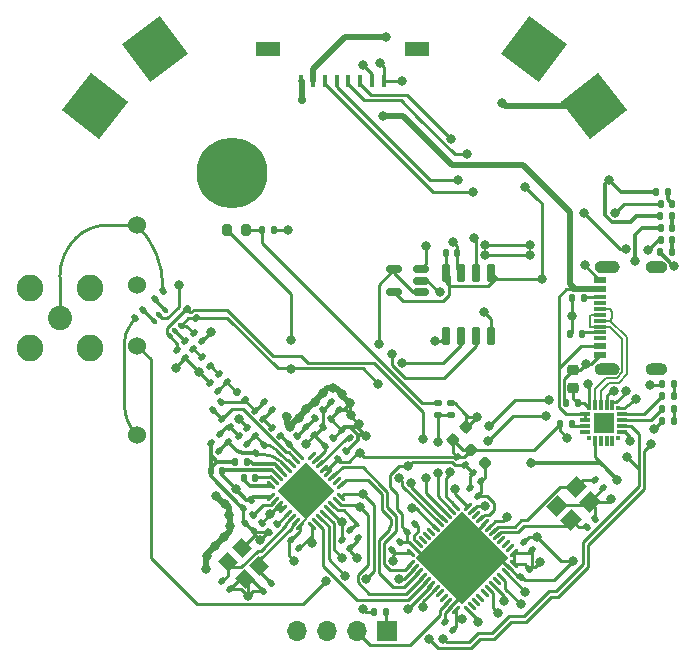
<source format=gbr>
%TF.GenerationSoftware,KiCad,Pcbnew,8.0.1*%
%TF.CreationDate,2025-05-01T03:19:42-07:00*%
%TF.ProjectId,rocketBeaconModule,726f636b-6574-4426-9561-636f6e4d6f64,rev?*%
%TF.SameCoordinates,Original*%
%TF.FileFunction,Copper,L1,Top*%
%TF.FilePolarity,Positive*%
%FSLAX46Y46*%
G04 Gerber Fmt 4.6, Leading zero omitted, Abs format (unit mm)*
G04 Created by KiCad (PCBNEW 8.0.1) date 2025-05-01 03:19:42*
%MOMM*%
%LPD*%
G01*
G04 APERTURE LIST*
G04 Aperture macros list*
%AMRoundRect*
0 Rectangle with rounded corners*
0 $1 Rounding radius*
0 $2 $3 $4 $5 $6 $7 $8 $9 X,Y pos of 4 corners*
0 Add a 4 corners polygon primitive as box body*
4,1,4,$2,$3,$4,$5,$6,$7,$8,$9,$2,$3,0*
0 Add four circle primitives for the rounded corners*
1,1,$1+$1,$2,$3*
1,1,$1+$1,$4,$5*
1,1,$1+$1,$6,$7*
1,1,$1+$1,$8,$9*
0 Add four rect primitives between the rounded corners*
20,1,$1+$1,$2,$3,$4,$5,0*
20,1,$1+$1,$4,$5,$6,$7,0*
20,1,$1+$1,$6,$7,$8,$9,0*
20,1,$1+$1,$8,$9,$2,$3,0*%
%AMRotRect*
0 Rectangle, with rotation*
0 The origin of the aperture is its center*
0 $1 length*
0 $2 width*
0 $3 Rotation angle, in degrees counterclockwise*
0 Add horizontal line*
21,1,$1,$2,0,0,$3*%
G04 Aperture macros list end*
%TA.AperFunction,EtchedComponent*%
%ADD10C,0.010000*%
%TD*%
%TA.AperFunction,SMDPad,CuDef*%
%ADD11RoundRect,0.140000X-0.219203X-0.021213X-0.021213X-0.219203X0.219203X0.021213X0.021213X0.219203X0*%
%TD*%
%TA.AperFunction,SMDPad,CuDef*%
%ADD12RoundRect,0.140000X0.219203X0.021213X0.021213X0.219203X-0.219203X-0.021213X-0.021213X-0.219203X0*%
%TD*%
%TA.AperFunction,SMDPad,CuDef*%
%ADD13RoundRect,0.140000X-0.021213X0.219203X-0.219203X0.021213X0.021213X-0.219203X0.219203X-0.021213X0*%
%TD*%
%TA.AperFunction,SMDPad,CuDef*%
%ADD14RoundRect,0.062500X0.309359X-0.220971X-0.220971X0.309359X-0.309359X0.220971X0.220971X-0.309359X0*%
%TD*%
%TA.AperFunction,SMDPad,CuDef*%
%ADD15RoundRect,0.062500X0.309359X0.220971X0.220971X0.309359X-0.309359X-0.220971X-0.220971X-0.309359X0*%
%TD*%
%TA.AperFunction,HeatsinkPad*%
%ADD16RotRect,3.450000X3.450000X135.000000*%
%TD*%
%TA.AperFunction,SMDPad,CuDef*%
%ADD17R,0.350000X0.350000*%
%TD*%
%TA.AperFunction,SMDPad,CuDef*%
%ADD18R,0.300000X0.900000*%
%TD*%
%TA.AperFunction,SMDPad,CuDef*%
%ADD19R,0.900000X0.300000*%
%TD*%
%TA.AperFunction,SMDPad,CuDef*%
%ADD20R,1.800000X1.800000*%
%TD*%
%TA.AperFunction,SMDPad,CuDef*%
%ADD21RoundRect,0.135000X-0.135000X-0.185000X0.135000X-0.185000X0.135000X0.185000X-0.135000X0.185000X0*%
%TD*%
%TA.AperFunction,SMDPad,CuDef*%
%ADD22RoundRect,0.140000X0.021213X-0.219203X0.219203X-0.021213X-0.021213X0.219203X-0.219203X0.021213X0*%
%TD*%
%TA.AperFunction,SMDPad,CuDef*%
%ADD23RoundRect,0.140000X0.170000X-0.140000X0.170000X0.140000X-0.170000X0.140000X-0.170000X-0.140000X0*%
%TD*%
%TA.AperFunction,ComponentPad*%
%ADD24R,1.700000X1.700000*%
%TD*%
%TA.AperFunction,ComponentPad*%
%ADD25O,1.700000X1.700000*%
%TD*%
%TA.AperFunction,SMDPad,CuDef*%
%ADD26R,0.400000X1.000000*%
%TD*%
%TA.AperFunction,SMDPad,CuDef*%
%ADD27R,2.000000X1.300000*%
%TD*%
%TA.AperFunction,SMDPad,CuDef*%
%ADD28RoundRect,0.140000X-0.140000X-0.170000X0.140000X-0.170000X0.140000X0.170000X-0.140000X0.170000X0*%
%TD*%
%TA.AperFunction,SMDPad,CuDef*%
%ADD29RoundRect,0.135000X-0.185000X0.135000X-0.185000X-0.135000X0.185000X-0.135000X0.185000X0.135000X0*%
%TD*%
%TA.AperFunction,SMDPad,CuDef*%
%ADD30RoundRect,0.200000X0.200000X0.275000X-0.200000X0.275000X-0.200000X-0.275000X0.200000X-0.275000X0*%
%TD*%
%TA.AperFunction,SMDPad,CuDef*%
%ADD31RoundRect,0.147500X-0.226274X-0.017678X-0.017678X-0.226274X0.226274X0.017678X0.017678X0.226274X0*%
%TD*%
%TA.AperFunction,SMDPad,CuDef*%
%ADD32RoundRect,0.140000X0.140000X0.170000X-0.140000X0.170000X-0.140000X-0.170000X0.140000X-0.170000X0*%
%TD*%
%TA.AperFunction,SMDPad,CuDef*%
%ADD33RoundRect,0.135000X0.135000X0.185000X-0.135000X0.185000X-0.135000X-0.185000X0.135000X-0.185000X0*%
%TD*%
%TA.AperFunction,SMDPad,CuDef*%
%ADD34RoundRect,0.062500X0.220971X0.309359X-0.309359X-0.220971X-0.220971X-0.309359X0.309359X0.220971X0*%
%TD*%
%TA.AperFunction,SMDPad,CuDef*%
%ADD35RoundRect,0.062500X-0.220971X0.309359X-0.309359X0.220971X0.220971X-0.309359X0.309359X-0.220971X0*%
%TD*%
%TA.AperFunction,HeatsinkPad*%
%ADD36RotRect,5.600000X5.600000X225.000000*%
%TD*%
%TA.AperFunction,SMDPad,CuDef*%
%ADD37RoundRect,0.147500X-0.147500X-0.172500X0.147500X-0.172500X0.147500X0.172500X-0.147500X0.172500X0*%
%TD*%
%TA.AperFunction,ComponentPad*%
%ADD38RotRect,4.000000X4.000000X37.000000*%
%TD*%
%TA.AperFunction,ComponentPad*%
%ADD39RotRect,4.000000X4.000000X52.000000*%
%TD*%
%TA.AperFunction,SMDPad,CuDef*%
%ADD40RoundRect,0.147500X0.147500X0.172500X-0.147500X0.172500X-0.147500X-0.172500X0.147500X-0.172500X0*%
%TD*%
%TA.AperFunction,SMDPad,CuDef*%
%ADD41RoundRect,0.100000X-0.229810X0.088388X0.088388X-0.229810X0.229810X-0.088388X-0.088388X0.229810X0*%
%TD*%
%TA.AperFunction,SMDPad,CuDef*%
%ADD42RoundRect,0.225000X0.250000X-0.225000X0.250000X0.225000X-0.250000X0.225000X-0.250000X-0.225000X0*%
%TD*%
%TA.AperFunction,SMDPad,CuDef*%
%ADD43RoundRect,0.218750X0.335876X0.026517X0.026517X0.335876X-0.335876X-0.026517X-0.026517X-0.335876X0*%
%TD*%
%TA.AperFunction,SMDPad,CuDef*%
%ADD44RoundRect,0.150000X0.512500X0.150000X-0.512500X0.150000X-0.512500X-0.150000X0.512500X-0.150000X0*%
%TD*%
%TA.AperFunction,ComponentPad*%
%ADD45C,2.050000*%
%TD*%
%TA.AperFunction,ComponentPad*%
%ADD46C,2.250000*%
%TD*%
%TA.AperFunction,SMDPad,CuDef*%
%ADD47RotRect,1.300000X1.100000X315.000000*%
%TD*%
%TA.AperFunction,SMDPad,CuDef*%
%ADD48R,1.140000X0.600000*%
%TD*%
%TA.AperFunction,SMDPad,CuDef*%
%ADD49R,1.140000X0.300000*%
%TD*%
%TA.AperFunction,ComponentPad*%
%ADD50C,0.900000*%
%TD*%
%TA.AperFunction,SMDPad,CuDef*%
%ADD51RoundRect,0.135000X-0.226274X-0.035355X-0.035355X-0.226274X0.226274X0.035355X0.035355X0.226274X0*%
%TD*%
%TA.AperFunction,SMDPad,CuDef*%
%ADD52RoundRect,0.075000X0.225000X-0.715000X0.225000X0.715000X-0.225000X0.715000X-0.225000X-0.715000X0*%
%TD*%
%TA.AperFunction,SMDPad,CuDef*%
%ADD53RotRect,1.400000X1.200000X45.000000*%
%TD*%
%TA.AperFunction,SMDPad,CuDef*%
%ADD54RoundRect,0.225000X0.017678X-0.335876X0.335876X-0.017678X-0.017678X0.335876X-0.335876X0.017678X0*%
%TD*%
%TA.AperFunction,ComponentPad*%
%ADD55RotRect,4.000000X4.000000X143.000000*%
%TD*%
%TA.AperFunction,ComponentPad*%
%ADD56RotRect,4.000000X4.000000X128.000000*%
%TD*%
%TA.AperFunction,ComponentPad*%
%ADD57C,1.524000*%
%TD*%
%TA.AperFunction,ComponentPad*%
%ADD58C,6.000000*%
%TD*%
%TA.AperFunction,ViaPad*%
%ADD59C,0.800000*%
%TD*%
%TA.AperFunction,ViaPad*%
%ADD60C,0.700000*%
%TD*%
%TA.AperFunction,Conductor*%
%ADD61C,0.250000*%
%TD*%
%TA.AperFunction,Conductor*%
%ADD62C,0.300000*%
%TD*%
%TA.AperFunction,Conductor*%
%ADD63C,0.500000*%
%TD*%
%TA.AperFunction,Conductor*%
%ADD64C,0.200000*%
%TD*%
G04 APERTURE END LIST*
D10*
%TO.C,J1*%
X94805000Y-121971001D02*
X94829000Y-121972000D01*
X94852000Y-121973000D01*
X94875000Y-121977000D01*
X94899000Y-121981000D01*
X94921000Y-121986000D01*
X94944000Y-121993000D01*
X94966000Y-122001000D01*
X94988000Y-122010000D01*
X95009000Y-122020000D01*
X95030000Y-122031000D01*
X95050001Y-122044000D01*
X95070000Y-122057000D01*
X95088000Y-122071000D01*
X95106000Y-122087000D01*
X95123000Y-122103000D01*
X95139000Y-122120000D01*
X95155000Y-122138000D01*
X95169000Y-122156000D01*
X95182000Y-122176000D01*
X95195000Y-122196000D01*
X95206000Y-122217000D01*
X95216000Y-122238000D01*
X95225000Y-122260000D01*
X95233000Y-122282000D01*
X95240000Y-122305000D01*
X95245000Y-122327001D01*
X95249000Y-122351000D01*
X95253000Y-122374000D01*
X95254000Y-122397000D01*
X95255000Y-122421000D01*
X95254000Y-122445000D01*
X95253000Y-122468000D01*
X95249000Y-122491001D01*
X95245000Y-122515000D01*
X95239999Y-122537000D01*
X95233000Y-122560000D01*
X95225000Y-122582000D01*
X95216000Y-122604000D01*
X95206000Y-122625000D01*
X95195000Y-122646000D01*
X95182000Y-122666000D01*
X95169000Y-122686000D01*
X95155000Y-122704000D01*
X95139000Y-122722000D01*
X95123000Y-122739001D01*
X95106000Y-122755000D01*
X95088000Y-122771000D01*
X95070000Y-122785000D01*
X95050000Y-122798000D01*
X95030000Y-122811000D01*
X95009000Y-122822000D01*
X94988000Y-122832000D01*
X94966001Y-122841000D01*
X94944000Y-122849000D01*
X94921000Y-122856000D01*
X94899000Y-122861000D01*
X94875000Y-122865001D01*
X94851999Y-122869000D01*
X94829000Y-122870000D01*
X94805000Y-122871000D01*
X93705000Y-122871000D01*
X93681000Y-122870001D01*
X93658000Y-122869000D01*
X93635000Y-122865000D01*
X93611000Y-122861000D01*
X93589000Y-122856000D01*
X93566000Y-122849000D01*
X93544000Y-122841000D01*
X93522000Y-122832001D01*
X93501000Y-122822000D01*
X93480000Y-122811000D01*
X93460000Y-122798000D01*
X93440000Y-122785000D01*
X93422000Y-122771000D01*
X93404000Y-122755000D01*
X93387000Y-122739000D01*
X93371000Y-122722000D01*
X93355000Y-122704000D01*
X93341001Y-122686000D01*
X93328000Y-122666000D01*
X93315000Y-122646000D01*
X93304000Y-122625000D01*
X93294000Y-122604000D01*
X93285001Y-122582000D01*
X93277000Y-122560000D01*
X93270000Y-122537000D01*
X93265000Y-122515000D01*
X93261000Y-122491000D01*
X93257000Y-122468000D01*
X93256000Y-122445000D01*
X93255000Y-122421000D01*
X93256000Y-122397001D01*
X93257000Y-122374000D01*
X93261000Y-122351000D01*
X93265000Y-122327000D01*
X93270000Y-122305000D01*
X93277000Y-122282000D01*
X93285000Y-122260000D01*
X93294000Y-122238001D01*
X93304000Y-122217000D01*
X93315000Y-122196000D01*
X93328000Y-122176000D01*
X93341000Y-122156000D01*
X93355001Y-122138000D01*
X93371000Y-122120000D01*
X93387000Y-122103000D01*
X93404000Y-122087000D01*
X93422000Y-122071000D01*
X93440000Y-122057000D01*
X93460000Y-122044000D01*
X93479999Y-122031000D01*
X93501000Y-122020000D01*
X93522000Y-122010000D01*
X93544000Y-122001000D01*
X93566000Y-121993000D01*
X93589000Y-121986000D01*
X93611000Y-121981000D01*
X93635000Y-121977000D01*
X93658000Y-121973000D01*
X93681000Y-121972000D01*
X93705000Y-121971000D01*
X94805000Y-121971001D01*
%TA.AperFunction,EtchedComponent*%
G36*
X94805000Y-121971001D02*
G01*
X94829000Y-121972000D01*
X94852000Y-121973000D01*
X94875000Y-121977000D01*
X94899000Y-121981000D01*
X94921000Y-121986000D01*
X94944000Y-121993000D01*
X94966000Y-122001000D01*
X94988000Y-122010000D01*
X95009000Y-122020000D01*
X95030000Y-122031000D01*
X95050001Y-122044000D01*
X95070000Y-122057000D01*
X95088000Y-122071000D01*
X95106000Y-122087000D01*
X95123000Y-122103000D01*
X95139000Y-122120000D01*
X95155000Y-122138000D01*
X95169000Y-122156000D01*
X95182000Y-122176000D01*
X95195000Y-122196000D01*
X95206000Y-122217000D01*
X95216000Y-122238000D01*
X95225000Y-122260000D01*
X95233000Y-122282000D01*
X95240000Y-122305000D01*
X95245000Y-122327001D01*
X95249000Y-122351000D01*
X95253000Y-122374000D01*
X95254000Y-122397000D01*
X95255000Y-122421000D01*
X95254000Y-122445000D01*
X95253000Y-122468000D01*
X95249000Y-122491001D01*
X95245000Y-122515000D01*
X95239999Y-122537000D01*
X95233000Y-122560000D01*
X95225000Y-122582000D01*
X95216000Y-122604000D01*
X95206000Y-122625000D01*
X95195000Y-122646000D01*
X95182000Y-122666000D01*
X95169000Y-122686000D01*
X95155000Y-122704000D01*
X95139000Y-122722000D01*
X95123000Y-122739001D01*
X95106000Y-122755000D01*
X95088000Y-122771000D01*
X95070000Y-122785000D01*
X95050000Y-122798000D01*
X95030000Y-122811000D01*
X95009000Y-122822000D01*
X94988000Y-122832000D01*
X94966001Y-122841000D01*
X94944000Y-122849000D01*
X94921000Y-122856000D01*
X94899000Y-122861000D01*
X94875000Y-122865001D01*
X94851999Y-122869000D01*
X94829000Y-122870000D01*
X94805000Y-122871000D01*
X93705000Y-122871000D01*
X93681000Y-122870001D01*
X93658000Y-122869000D01*
X93635000Y-122865000D01*
X93611000Y-122861000D01*
X93589000Y-122856000D01*
X93566000Y-122849000D01*
X93544000Y-122841000D01*
X93522000Y-122832001D01*
X93501000Y-122822000D01*
X93480000Y-122811000D01*
X93460000Y-122798000D01*
X93440000Y-122785000D01*
X93422000Y-122771000D01*
X93404000Y-122755000D01*
X93387000Y-122739000D01*
X93371000Y-122722000D01*
X93355000Y-122704000D01*
X93341001Y-122686000D01*
X93328000Y-122666000D01*
X93315000Y-122646000D01*
X93304000Y-122625000D01*
X93294000Y-122604000D01*
X93285001Y-122582000D01*
X93277000Y-122560000D01*
X93270000Y-122537000D01*
X93265000Y-122515000D01*
X93261000Y-122491000D01*
X93257000Y-122468000D01*
X93256000Y-122445000D01*
X93255000Y-122421000D01*
X93256000Y-122397001D01*
X93257000Y-122374000D01*
X93261000Y-122351000D01*
X93265000Y-122327000D01*
X93270000Y-122305000D01*
X93277000Y-122282000D01*
X93285000Y-122260000D01*
X93294000Y-122238001D01*
X93304000Y-122217000D01*
X93315000Y-122196000D01*
X93328000Y-122176000D01*
X93341000Y-122156000D01*
X93355001Y-122138000D01*
X93371000Y-122120000D01*
X93387000Y-122103000D01*
X93404000Y-122087000D01*
X93422000Y-122071000D01*
X93440000Y-122057000D01*
X93460000Y-122044000D01*
X93479999Y-122031000D01*
X93501000Y-122020000D01*
X93522000Y-122010000D01*
X93544000Y-122001000D01*
X93566000Y-121993000D01*
X93589000Y-121986000D01*
X93611000Y-121981000D01*
X93635000Y-121977000D01*
X93658000Y-121973000D01*
X93681000Y-121972000D01*
X93705000Y-121971000D01*
X94805000Y-121971001D01*
G37*
%TD.AperFunction*%
X94829000Y-130622000D02*
X94851999Y-130623000D01*
X94875000Y-130626999D01*
X94899000Y-130631000D01*
X94921000Y-130636000D01*
X94944000Y-130643000D01*
X94966001Y-130651000D01*
X94988000Y-130660000D01*
X95009000Y-130670000D01*
X95030000Y-130681000D01*
X95050000Y-130694000D01*
X95070000Y-130707000D01*
X95088000Y-130721000D01*
X95106000Y-130737000D01*
X95123000Y-130752999D01*
X95139000Y-130770000D01*
X95155000Y-130788000D01*
X95169000Y-130806000D01*
X95182000Y-130826000D01*
X95195000Y-130846000D01*
X95206000Y-130867000D01*
X95216000Y-130888000D01*
X95225000Y-130910000D01*
X95233000Y-130932000D01*
X95239999Y-130955000D01*
X95245000Y-130977000D01*
X95249000Y-131000999D01*
X95253000Y-131024000D01*
X95254000Y-131047000D01*
X95255000Y-131071000D01*
X95254000Y-131095000D01*
X95253000Y-131118000D01*
X95249000Y-131141000D01*
X95245000Y-131164999D01*
X95240000Y-131187000D01*
X95233000Y-131210000D01*
X95225000Y-131232000D01*
X95216000Y-131254000D01*
X95206000Y-131275000D01*
X95195000Y-131296000D01*
X95182000Y-131316000D01*
X95169000Y-131336000D01*
X95155000Y-131354000D01*
X95139000Y-131372000D01*
X95123000Y-131389000D01*
X95106000Y-131405000D01*
X95088000Y-131421000D01*
X95070000Y-131435000D01*
X95050001Y-131448000D01*
X95030000Y-131461000D01*
X95009000Y-131472000D01*
X94988000Y-131482000D01*
X94966000Y-131491000D01*
X94944000Y-131499000D01*
X94921000Y-131506000D01*
X94899000Y-131511000D01*
X94875000Y-131515000D01*
X94852000Y-131519000D01*
X94829000Y-131520000D01*
X94805000Y-131520999D01*
X93705000Y-131521000D01*
X93681000Y-131520000D01*
X93658000Y-131519000D01*
X93635000Y-131515000D01*
X93611000Y-131511000D01*
X93589000Y-131506000D01*
X93566000Y-131499000D01*
X93544000Y-131491000D01*
X93522000Y-131482000D01*
X93501000Y-131472000D01*
X93479999Y-131461000D01*
X93460000Y-131448000D01*
X93440000Y-131435000D01*
X93422000Y-131421000D01*
X93404000Y-131405000D01*
X93387000Y-131389000D01*
X93371000Y-131372000D01*
X93355001Y-131354000D01*
X93341000Y-131336000D01*
X93328000Y-131316000D01*
X93315000Y-131296000D01*
X93304000Y-131275000D01*
X93294000Y-131253999D01*
X93285000Y-131232000D01*
X93277000Y-131210000D01*
X93270000Y-131187000D01*
X93265000Y-131165000D01*
X93261000Y-131141000D01*
X93257000Y-131118000D01*
X93256000Y-131094999D01*
X93255000Y-131071000D01*
X93256000Y-131047000D01*
X93257000Y-131024000D01*
X93261000Y-131001000D01*
X93265000Y-130977000D01*
X93270000Y-130955000D01*
X93277000Y-130932000D01*
X93285001Y-130910000D01*
X93294000Y-130888000D01*
X93304000Y-130867000D01*
X93315000Y-130846000D01*
X93328000Y-130826000D01*
X93341001Y-130806000D01*
X93355000Y-130788000D01*
X93371000Y-130770000D01*
X93387000Y-130753000D01*
X93404000Y-130737000D01*
X93422000Y-130721000D01*
X93440000Y-130707000D01*
X93460000Y-130694000D01*
X93480000Y-130681000D01*
X93501000Y-130670000D01*
X93522000Y-130659999D01*
X93544000Y-130651000D01*
X93566000Y-130643000D01*
X93589000Y-130636000D01*
X93611000Y-130631000D01*
X93635000Y-130627000D01*
X93658000Y-130623000D01*
X93681000Y-130621999D01*
X93705000Y-130621000D01*
X94805000Y-130621000D01*
X94829000Y-130622000D01*
%TA.AperFunction,EtchedComponent*%
G36*
X94829000Y-130622000D02*
G01*
X94851999Y-130623000D01*
X94875000Y-130626999D01*
X94899000Y-130631000D01*
X94921000Y-130636000D01*
X94944000Y-130643000D01*
X94966001Y-130651000D01*
X94988000Y-130660000D01*
X95009000Y-130670000D01*
X95030000Y-130681000D01*
X95050000Y-130694000D01*
X95070000Y-130707000D01*
X95088000Y-130721000D01*
X95106000Y-130737000D01*
X95123000Y-130752999D01*
X95139000Y-130770000D01*
X95155000Y-130788000D01*
X95169000Y-130806000D01*
X95182000Y-130826000D01*
X95195000Y-130846000D01*
X95206000Y-130867000D01*
X95216000Y-130888000D01*
X95225000Y-130910000D01*
X95233000Y-130932000D01*
X95239999Y-130955000D01*
X95245000Y-130977000D01*
X95249000Y-131000999D01*
X95253000Y-131024000D01*
X95254000Y-131047000D01*
X95255000Y-131071000D01*
X95254000Y-131095000D01*
X95253000Y-131118000D01*
X95249000Y-131141000D01*
X95245000Y-131164999D01*
X95240000Y-131187000D01*
X95233000Y-131210000D01*
X95225000Y-131232000D01*
X95216000Y-131254000D01*
X95206000Y-131275000D01*
X95195000Y-131296000D01*
X95182000Y-131316000D01*
X95169000Y-131336000D01*
X95155000Y-131354000D01*
X95139000Y-131372000D01*
X95123000Y-131389000D01*
X95106000Y-131405000D01*
X95088000Y-131421000D01*
X95070000Y-131435000D01*
X95050001Y-131448000D01*
X95030000Y-131461000D01*
X95009000Y-131472000D01*
X94988000Y-131482000D01*
X94966000Y-131491000D01*
X94944000Y-131499000D01*
X94921000Y-131506000D01*
X94899000Y-131511000D01*
X94875000Y-131515000D01*
X94852000Y-131519000D01*
X94829000Y-131520000D01*
X94805000Y-131520999D01*
X93705000Y-131521000D01*
X93681000Y-131520000D01*
X93658000Y-131519000D01*
X93635000Y-131515000D01*
X93611000Y-131511000D01*
X93589000Y-131506000D01*
X93566000Y-131499000D01*
X93544000Y-131491000D01*
X93522000Y-131482000D01*
X93501000Y-131472000D01*
X93479999Y-131461000D01*
X93460000Y-131448000D01*
X93440000Y-131435000D01*
X93422000Y-131421000D01*
X93404000Y-131405000D01*
X93387000Y-131389000D01*
X93371000Y-131372000D01*
X93355001Y-131354000D01*
X93341000Y-131336000D01*
X93328000Y-131316000D01*
X93315000Y-131296000D01*
X93304000Y-131275000D01*
X93294000Y-131253999D01*
X93285000Y-131232000D01*
X93277000Y-131210000D01*
X93270000Y-131187000D01*
X93265000Y-131165000D01*
X93261000Y-131141000D01*
X93257000Y-131118000D01*
X93256000Y-131094999D01*
X93255000Y-131071000D01*
X93256000Y-131047000D01*
X93257000Y-131024000D01*
X93261000Y-131001000D01*
X93265000Y-130977000D01*
X93270000Y-130955000D01*
X93277000Y-130932000D01*
X93285001Y-130910000D01*
X93294000Y-130888000D01*
X93304000Y-130867000D01*
X93315000Y-130846000D01*
X93328000Y-130826000D01*
X93341001Y-130806000D01*
X93355000Y-130788000D01*
X93371000Y-130770000D01*
X93387000Y-130753000D01*
X93404000Y-130737000D01*
X93422000Y-130721000D01*
X93440000Y-130707000D01*
X93460000Y-130694000D01*
X93480000Y-130681000D01*
X93501000Y-130670000D01*
X93522000Y-130659999D01*
X93544000Y-130651000D01*
X93566000Y-130643000D01*
X93589000Y-130636000D01*
X93611000Y-130631000D01*
X93635000Y-130627000D01*
X93658000Y-130623000D01*
X93681000Y-130621999D01*
X93705000Y-130621000D01*
X94805000Y-130621000D01*
X94829000Y-130622000D01*
G37*
%TD.AperFunction*%
X98849000Y-121972000D02*
X98872000Y-121973000D01*
X98895000Y-121977000D01*
X98919000Y-121981000D01*
X98941000Y-121986000D01*
X98964000Y-121993000D01*
X98986000Y-122001000D01*
X99008000Y-122010000D01*
X99029000Y-122020000D01*
X99050000Y-122031000D01*
X99070000Y-122044000D01*
X99090000Y-122057000D01*
X99108000Y-122071000D01*
X99125999Y-122087000D01*
X99143000Y-122103000D01*
X99158999Y-122120000D01*
X99175000Y-122138000D01*
X99189000Y-122155999D01*
X99202000Y-122176000D01*
X99215000Y-122196001D01*
X99226000Y-122217000D01*
X99236000Y-122238000D01*
X99245001Y-122260000D01*
X99253000Y-122282000D01*
X99260000Y-122305000D01*
X99265000Y-122327000D01*
X99269000Y-122351000D01*
X99273000Y-122374000D01*
X99274000Y-122397000D01*
X99275000Y-122421000D01*
X99274000Y-122445000D01*
X99273000Y-122468000D01*
X99269000Y-122491001D01*
X99265000Y-122515000D01*
X99260000Y-122537000D01*
X99252999Y-122560000D01*
X99245000Y-122582000D01*
X99236000Y-122604000D01*
X99226000Y-122624999D01*
X99215000Y-122646000D01*
X99202000Y-122666000D01*
X99189000Y-122686000D01*
X99175000Y-122703999D01*
X99159000Y-122722000D01*
X99143000Y-122739000D01*
X99126000Y-122755000D01*
X99107999Y-122771000D01*
X99090000Y-122785000D01*
X99069999Y-122798000D01*
X99050000Y-122811000D01*
X99029000Y-122821999D01*
X99008000Y-122832000D01*
X98986000Y-122841000D01*
X98964000Y-122848999D01*
X98941000Y-122856001D01*
X98919000Y-122861000D01*
X98895000Y-122865000D01*
X98872000Y-122869000D01*
X98849000Y-122870000D01*
X98825000Y-122871000D01*
X98025000Y-122871000D01*
X98001000Y-122870000D01*
X97978000Y-122869000D01*
X97955000Y-122865000D01*
X97931000Y-122861000D01*
X97909000Y-122856001D01*
X97886000Y-122848999D01*
X97864000Y-122841000D01*
X97842000Y-122832000D01*
X97821000Y-122821999D01*
X97800000Y-122811000D01*
X97780001Y-122798000D01*
X97760000Y-122785000D01*
X97742001Y-122771000D01*
X97724000Y-122755000D01*
X97707000Y-122739000D01*
X97691000Y-122722000D01*
X97675000Y-122703999D01*
X97661000Y-122686000D01*
X97648000Y-122666000D01*
X97635000Y-122646000D01*
X97624000Y-122624999D01*
X97614000Y-122604000D01*
X97605000Y-122582000D01*
X97597001Y-122560000D01*
X97590000Y-122537000D01*
X97585000Y-122515000D01*
X97581000Y-122491001D01*
X97577000Y-122468000D01*
X97576000Y-122445000D01*
X97575000Y-122421000D01*
X97576000Y-122397000D01*
X97577000Y-122374000D01*
X97581000Y-122351000D01*
X97585000Y-122327000D01*
X97590000Y-122305000D01*
X97597000Y-122282000D01*
X97604999Y-122260000D01*
X97614000Y-122238000D01*
X97624000Y-122217000D01*
X97635000Y-122196001D01*
X97648000Y-122176000D01*
X97661000Y-122155999D01*
X97675000Y-122138000D01*
X97691001Y-122120000D01*
X97707000Y-122103000D01*
X97724001Y-122087000D01*
X97742000Y-122071000D01*
X97760000Y-122057000D01*
X97780000Y-122044000D01*
X97800000Y-122031000D01*
X97821000Y-122020000D01*
X97842000Y-122010000D01*
X97864000Y-122001000D01*
X97886000Y-121993000D01*
X97909000Y-121986000D01*
X97931000Y-121981000D01*
X97955000Y-121977000D01*
X97978000Y-121973000D01*
X98001000Y-121972000D01*
X98025000Y-121971000D01*
X98825000Y-121971000D01*
X98849000Y-121972000D01*
%TA.AperFunction,EtchedComponent*%
G36*
X98849000Y-121972000D02*
G01*
X98872000Y-121973000D01*
X98895000Y-121977000D01*
X98919000Y-121981000D01*
X98941000Y-121986000D01*
X98964000Y-121993000D01*
X98986000Y-122001000D01*
X99008000Y-122010000D01*
X99029000Y-122020000D01*
X99050000Y-122031000D01*
X99070000Y-122044000D01*
X99090000Y-122057000D01*
X99108000Y-122071000D01*
X99125999Y-122087000D01*
X99143000Y-122103000D01*
X99158999Y-122120000D01*
X99175000Y-122138000D01*
X99189000Y-122155999D01*
X99202000Y-122176000D01*
X99215000Y-122196001D01*
X99226000Y-122217000D01*
X99236000Y-122238000D01*
X99245001Y-122260000D01*
X99253000Y-122282000D01*
X99260000Y-122305000D01*
X99265000Y-122327000D01*
X99269000Y-122351000D01*
X99273000Y-122374000D01*
X99274000Y-122397000D01*
X99275000Y-122421000D01*
X99274000Y-122445000D01*
X99273000Y-122468000D01*
X99269000Y-122491001D01*
X99265000Y-122515000D01*
X99260000Y-122537000D01*
X99252999Y-122560000D01*
X99245000Y-122582000D01*
X99236000Y-122604000D01*
X99226000Y-122624999D01*
X99215000Y-122646000D01*
X99202000Y-122666000D01*
X99189000Y-122686000D01*
X99175000Y-122703999D01*
X99159000Y-122722000D01*
X99143000Y-122739000D01*
X99126000Y-122755000D01*
X99107999Y-122771000D01*
X99090000Y-122785000D01*
X99069999Y-122798000D01*
X99050000Y-122811000D01*
X99029000Y-122821999D01*
X99008000Y-122832000D01*
X98986000Y-122841000D01*
X98964000Y-122848999D01*
X98941000Y-122856001D01*
X98919000Y-122861000D01*
X98895000Y-122865000D01*
X98872000Y-122869000D01*
X98849000Y-122870000D01*
X98825000Y-122871000D01*
X98025000Y-122871000D01*
X98001000Y-122870000D01*
X97978000Y-122869000D01*
X97955000Y-122865000D01*
X97931000Y-122861000D01*
X97909000Y-122856001D01*
X97886000Y-122848999D01*
X97864000Y-122841000D01*
X97842000Y-122832000D01*
X97821000Y-122821999D01*
X97800000Y-122811000D01*
X97780001Y-122798000D01*
X97760000Y-122785000D01*
X97742001Y-122771000D01*
X97724000Y-122755000D01*
X97707000Y-122739000D01*
X97691000Y-122722000D01*
X97675000Y-122703999D01*
X97661000Y-122686000D01*
X97648000Y-122666000D01*
X97635000Y-122646000D01*
X97624000Y-122624999D01*
X97614000Y-122604000D01*
X97605000Y-122582000D01*
X97597001Y-122560000D01*
X97590000Y-122537000D01*
X97585000Y-122515000D01*
X97581000Y-122491001D01*
X97577000Y-122468000D01*
X97576000Y-122445000D01*
X97575000Y-122421000D01*
X97576000Y-122397000D01*
X97577000Y-122374000D01*
X97581000Y-122351000D01*
X97585000Y-122327000D01*
X97590000Y-122305000D01*
X97597000Y-122282000D01*
X97604999Y-122260000D01*
X97614000Y-122238000D01*
X97624000Y-122217000D01*
X97635000Y-122196001D01*
X97648000Y-122176000D01*
X97661000Y-122155999D01*
X97675000Y-122138000D01*
X97691001Y-122120000D01*
X97707000Y-122103000D01*
X97724001Y-122087000D01*
X97742000Y-122071000D01*
X97760000Y-122057000D01*
X97780000Y-122044000D01*
X97800000Y-122031000D01*
X97821000Y-122020000D01*
X97842000Y-122010000D01*
X97864000Y-122001000D01*
X97886000Y-121993000D01*
X97909000Y-121986000D01*
X97931000Y-121981000D01*
X97955000Y-121977000D01*
X97978000Y-121973000D01*
X98001000Y-121972000D01*
X98025000Y-121971000D01*
X98825000Y-121971000D01*
X98849000Y-121972000D01*
G37*
%TD.AperFunction*%
X98849000Y-130622000D02*
X98872000Y-130623000D01*
X98895000Y-130627000D01*
X98919000Y-130631000D01*
X98941000Y-130635999D01*
X98964000Y-130643001D01*
X98986000Y-130651000D01*
X99008000Y-130660000D01*
X99029000Y-130670001D01*
X99050000Y-130681000D01*
X99069999Y-130694000D01*
X99090000Y-130707000D01*
X99107999Y-130721000D01*
X99126000Y-130737000D01*
X99143000Y-130753000D01*
X99159000Y-130770000D01*
X99175000Y-130788001D01*
X99189000Y-130806000D01*
X99202000Y-130826000D01*
X99215000Y-130846000D01*
X99226000Y-130867001D01*
X99236000Y-130888000D01*
X99245000Y-130910000D01*
X99252999Y-130932000D01*
X99260000Y-130955000D01*
X99265000Y-130977000D01*
X99269000Y-131000999D01*
X99273000Y-131024000D01*
X99274000Y-131047000D01*
X99275000Y-131071000D01*
X99274000Y-131095000D01*
X99273000Y-131118000D01*
X99269000Y-131141000D01*
X99265000Y-131165000D01*
X99260000Y-131187000D01*
X99253000Y-131210000D01*
X99245001Y-131232000D01*
X99236000Y-131254000D01*
X99226000Y-131275000D01*
X99215000Y-131295999D01*
X99202000Y-131316000D01*
X99189000Y-131336001D01*
X99175000Y-131354000D01*
X99158999Y-131372000D01*
X99143000Y-131389000D01*
X99125999Y-131405000D01*
X99108000Y-131421000D01*
X99090000Y-131435000D01*
X99070000Y-131448000D01*
X99050000Y-131461000D01*
X99029000Y-131472000D01*
X99008000Y-131482000D01*
X98986000Y-131491000D01*
X98964000Y-131499000D01*
X98941000Y-131506000D01*
X98919000Y-131511000D01*
X98895000Y-131515000D01*
X98872000Y-131519000D01*
X98849000Y-131520000D01*
X98825000Y-131521000D01*
X98025000Y-131521000D01*
X98001000Y-131520000D01*
X97978000Y-131519000D01*
X97955000Y-131515000D01*
X97931000Y-131511000D01*
X97909000Y-131506000D01*
X97886000Y-131499000D01*
X97864000Y-131491000D01*
X97842000Y-131482000D01*
X97821000Y-131472000D01*
X97800000Y-131461000D01*
X97780000Y-131448000D01*
X97760000Y-131435000D01*
X97742000Y-131421000D01*
X97724001Y-131405000D01*
X97707000Y-131389000D01*
X97691001Y-131372000D01*
X97675000Y-131354000D01*
X97661000Y-131336001D01*
X97648000Y-131316000D01*
X97635000Y-131295999D01*
X97624000Y-131275000D01*
X97614000Y-131254000D01*
X97604999Y-131232000D01*
X97597000Y-131210000D01*
X97590000Y-131187000D01*
X97585000Y-131165000D01*
X97581000Y-131141000D01*
X97577000Y-131118000D01*
X97576000Y-131095000D01*
X97575000Y-131071000D01*
X97576000Y-131047000D01*
X97577000Y-131024000D01*
X97581000Y-131000999D01*
X97585000Y-130977000D01*
X97590000Y-130955000D01*
X97597001Y-130932000D01*
X97605000Y-130910000D01*
X97614000Y-130888000D01*
X97624000Y-130867001D01*
X97635000Y-130846000D01*
X97648000Y-130826000D01*
X97661000Y-130806000D01*
X97675000Y-130788001D01*
X97691000Y-130770000D01*
X97707000Y-130753000D01*
X97724000Y-130737000D01*
X97742001Y-130721000D01*
X97760000Y-130707000D01*
X97780001Y-130694000D01*
X97800000Y-130681000D01*
X97821000Y-130670001D01*
X97842000Y-130660000D01*
X97864000Y-130651000D01*
X97886000Y-130643001D01*
X97909000Y-130635999D01*
X97931000Y-130631000D01*
X97955000Y-130627000D01*
X97978000Y-130623000D01*
X98001000Y-130622000D01*
X98025000Y-130621000D01*
X98825000Y-130621000D01*
X98849000Y-130622000D01*
%TA.AperFunction,EtchedComponent*%
G36*
X98849000Y-130622000D02*
G01*
X98872000Y-130623000D01*
X98895000Y-130627000D01*
X98919000Y-130631000D01*
X98941000Y-130635999D01*
X98964000Y-130643001D01*
X98986000Y-130651000D01*
X99008000Y-130660000D01*
X99029000Y-130670001D01*
X99050000Y-130681000D01*
X99069999Y-130694000D01*
X99090000Y-130707000D01*
X99107999Y-130721000D01*
X99126000Y-130737000D01*
X99143000Y-130753000D01*
X99159000Y-130770000D01*
X99175000Y-130788001D01*
X99189000Y-130806000D01*
X99202000Y-130826000D01*
X99215000Y-130846000D01*
X99226000Y-130867001D01*
X99236000Y-130888000D01*
X99245000Y-130910000D01*
X99252999Y-130932000D01*
X99260000Y-130955000D01*
X99265000Y-130977000D01*
X99269000Y-131000999D01*
X99273000Y-131024000D01*
X99274000Y-131047000D01*
X99275000Y-131071000D01*
X99274000Y-131095000D01*
X99273000Y-131118000D01*
X99269000Y-131141000D01*
X99265000Y-131165000D01*
X99260000Y-131187000D01*
X99253000Y-131210000D01*
X99245001Y-131232000D01*
X99236000Y-131254000D01*
X99226000Y-131275000D01*
X99215000Y-131295999D01*
X99202000Y-131316000D01*
X99189000Y-131336001D01*
X99175000Y-131354000D01*
X99158999Y-131372000D01*
X99143000Y-131389000D01*
X99125999Y-131405000D01*
X99108000Y-131421000D01*
X99090000Y-131435000D01*
X99070000Y-131448000D01*
X99050000Y-131461000D01*
X99029000Y-131472000D01*
X99008000Y-131482000D01*
X98986000Y-131491000D01*
X98964000Y-131499000D01*
X98941000Y-131506000D01*
X98919000Y-131511000D01*
X98895000Y-131515000D01*
X98872000Y-131519000D01*
X98849000Y-131520000D01*
X98825000Y-131521000D01*
X98025000Y-131521000D01*
X98001000Y-131520000D01*
X97978000Y-131519000D01*
X97955000Y-131515000D01*
X97931000Y-131511000D01*
X97909000Y-131506000D01*
X97886000Y-131499000D01*
X97864000Y-131491000D01*
X97842000Y-131482000D01*
X97821000Y-131472000D01*
X97800000Y-131461000D01*
X97780000Y-131448000D01*
X97760000Y-131435000D01*
X97742000Y-131421000D01*
X97724001Y-131405000D01*
X97707000Y-131389000D01*
X97691001Y-131372000D01*
X97675000Y-131354000D01*
X97661000Y-131336001D01*
X97648000Y-131316000D01*
X97635000Y-131295999D01*
X97624000Y-131275000D01*
X97614000Y-131254000D01*
X97604999Y-131232000D01*
X97597000Y-131210000D01*
X97590000Y-131187000D01*
X97585000Y-131165000D01*
X97581000Y-131141000D01*
X97577000Y-131118000D01*
X97576000Y-131095000D01*
X97575000Y-131071000D01*
X97576000Y-131047000D01*
X97577000Y-131024000D01*
X97581000Y-131000999D01*
X97585000Y-130977000D01*
X97590000Y-130955000D01*
X97597001Y-130932000D01*
X97605000Y-130910000D01*
X97614000Y-130888000D01*
X97624000Y-130867001D01*
X97635000Y-130846000D01*
X97648000Y-130826000D01*
X97661000Y-130806000D01*
X97675000Y-130788001D01*
X97691000Y-130770000D01*
X97707000Y-130753000D01*
X97724000Y-130737000D01*
X97742001Y-130721000D01*
X97760000Y-130707000D01*
X97780001Y-130694000D01*
X97800000Y-130681000D01*
X97821000Y-130670001D01*
X97842000Y-130660000D01*
X97864000Y-130651000D01*
X97886000Y-130643001D01*
X97909000Y-130635999D01*
X97931000Y-130631000D01*
X97955000Y-130627000D01*
X97978000Y-130623000D01*
X98001000Y-130622000D01*
X98025000Y-130621000D01*
X98825000Y-130621000D01*
X98849000Y-130622000D01*
G37*
%TD.AperFunction*%
%TD*%
D11*
%TO.P,R9,1*%
%TO.N,Net-(C26-Pad1)*%
X68782827Y-136038674D03*
%TO.P,R9,2*%
%TO.N,+3.3V*%
X69461649Y-136717496D03*
%TD*%
D12*
%TO.P,C7,1*%
%TO.N,+3.3V*%
X87969411Y-146389411D03*
%TO.P,C7,2*%
%TO.N,GND*%
X87290589Y-145710589D03*
%TD*%
D13*
%TO.P,L1,1,1*%
%TO.N,Net-(C26-Pad1)*%
X68044607Y-136776893D03*
%TO.P,L1,2,2*%
%TO.N,Net-(U3-PA)*%
X67365785Y-137455715D03*
%TD*%
D14*
%TO.P,U3,1,VDD_GUARD*%
%TO.N,+3.3V*%
X69268963Y-144387837D03*
%TO.P,U3,2,~{RESET}*%
%TO.N,RADIO_RESET*%
X69622516Y-144034283D03*
%TO.P,U3,3,GPIO3*%
%TO.N,RADIO_MARC_INT*%
X69976070Y-143680730D03*
%TO.P,U3,4,GPIO2*%
%TO.N,RADIO_INT*%
X70329623Y-143327176D03*
%TO.P,U3,5,DVDD*%
%TO.N,+3.3V*%
X70683176Y-142973623D03*
%TO.P,U3,6,DCPL*%
%TO.N,Net-(U3-DCPL)*%
X71036730Y-142620070D03*
%TO.P,U3,7,SI*%
%TO.N,DPOT_MOSI*%
X71390283Y-142266516D03*
%TO.P,U3,8,SCLK*%
%TO.N,DPOT_SCLK*%
X71743837Y-141912963D03*
D15*
%TO.P,U3,9,SO(GPIO1)*%
%TO.N,SPI2_MISO*%
X71743837Y-140940691D03*
%TO.P,U3,10,GPIO0*%
%TO.N,unconnected-(U3-GPIO0-Pad10)*%
X71390283Y-140587138D03*
%TO.P,U3,11,~{CS}*%
%TO.N,RADIO_CS*%
X71036730Y-140233584D03*
%TO.P,U3,12,DVDD*%
%TO.N,+3.3V*%
X70683176Y-139880031D03*
%TO.P,U3,13,AVDD_IF*%
X70329623Y-139526478D03*
%TO.P,U3,14,RBIAS*%
%TO.N,Net-(U3-RBIAS)*%
X69976070Y-139172924D03*
%TO.P,U3,15,AVDD_RF*%
%TO.N,+3.3V*%
X69622516Y-138819371D03*
%TO.P,U3,16,NC*%
%TO.N,unconnected-(U3-NC-Pad16)*%
X69268963Y-138465817D03*
D14*
%TO.P,U3,17,PA*%
%TO.N,Net-(U3-PA)*%
X68296691Y-138465817D03*
%TO.P,U3,18,TRX_SW*%
%TO.N,Net-(U3-TRX_SW)*%
X67943138Y-138819371D03*
%TO.P,U3,19,LNA_P*%
%TO.N,Net-(U3-LNA_P)*%
X67589584Y-139172924D03*
%TO.P,U3,20,LNA_N*%
%TO.N,Net-(U3-LNA_N)*%
X67236031Y-139526478D03*
%TO.P,U3,21,DCPL_VCO*%
%TO.N,Net-(U3-DCPL_VCO)*%
X66882478Y-139880031D03*
%TO.P,U3,22,AVDD_SYNTH1*%
%TO.N,+3.3V*%
X66528924Y-140233584D03*
%TO.P,U3,23,LPF0*%
%TO.N,Net-(U3-LPF0)*%
X66175371Y-140587138D03*
%TO.P,U3,24,LPF1*%
%TO.N,Net-(U3-LPF1)*%
X65821817Y-140940691D03*
D15*
%TO.P,U3,25,AVDD_PFD_CHP*%
%TO.N,+3.3V*%
X65821817Y-141912963D03*
%TO.P,U3,26,DCPL_PFD_CHP*%
%TO.N,Net-(U3-DCPL_PFD_CHP)*%
X66175371Y-142266516D03*
%TO.P,U3,27,AVDD_SYNTH2*%
%TO.N,+3.3V*%
X66528924Y-142620070D03*
%TO.P,U3,28,AVDD_XOSC*%
X66882478Y-142973623D03*
%TO.P,U3,29,DCPL_XOSC*%
%TO.N,Net-(U3-DCPL_XOSC)*%
X67236031Y-143327176D03*
%TO.P,U3,30,XOSC_Q1*%
%TO.N,Net-(U3-XOSC_Q1)*%
X67589584Y-143680730D03*
%TO.P,U3,31,XOSC_Q2*%
%TO.N,Net-(U3-XOSC_Q2)*%
X67943138Y-144034283D03*
%TO.P,U3,32,EXT_XOSC*%
%TO.N,GND*%
X68296691Y-144387837D03*
D16*
%TO.P,U3,33,GND_EP*%
X68782827Y-141426827D03*
%TD*%
D17*
%TO.P,U2,1,RS485/GPIO.1*%
%TO.N,/CP2102N_SIG2*%
X95242000Y-134412000D03*
D18*
%TO.P,U2,2,CLK/GPIO.0*%
%TO.N,/CP2102N_SIG1*%
X94742001Y-134112000D03*
%TO.P,U2,3,GND*%
%TO.N,GND*%
X94242000Y-134112000D03*
%TO.P,U2,4,D+*%
%TO.N,/D+*%
X93742000Y-134112000D03*
%TO.P,U2,5,D-*%
%TO.N,/D-*%
X93241999Y-134112000D03*
D17*
%TO.P,U2,6,VDD*%
%TO.N,+3.3V*%
X92742000Y-134412000D03*
D19*
%TO.P,U2,7,VREGIN*%
%TO.N,VBUS*%
X92442000Y-134911999D03*
%TO.P,U2,8,VBUS*%
X92442000Y-135412000D03*
%TO.P,U2,9,~{RST}*%
%TO.N,Net-(U2-~{RST})*%
X92442000Y-135912000D03*
%TO.P,U2,10,NC*%
%TO.N,unconnected-(U2-NC-Pad10)*%
X92442000Y-136412001D03*
D17*
%TO.P,U2,11,~{SUSPEND}*%
%TO.N,unconnected-(U2-~{SUSPEND}-Pad11)*%
X92742000Y-136912000D03*
D18*
%TO.P,U2,12,GND*%
%TO.N,GND*%
X93241999Y-137212000D03*
%TO.P,U2,13,~{WAKEUP}*%
%TO.N,unconnected-(U2-~{WAKEUP}-Pad13)*%
X93742000Y-137212000D03*
%TO.P,U2,14,SUSPEND*%
%TO.N,unconnected-(U2-SUSPEND-Pad14)*%
X94242000Y-137212000D03*
%TO.P,U2,15,~{CTS}*%
%TO.N,unconnected-(U2-~{CTS}-Pad15)*%
X94742001Y-137212000D03*
D17*
%TO.P,U2,16,~{RTS}*%
%TO.N,unconnected-(U2-~{RTS}-Pad16)*%
X95242000Y-136912000D03*
D19*
%TO.P,U2,17,RXD*%
%TO.N,/TX*%
X95542000Y-136412001D03*
%TO.P,U2,18,TXD*%
%TO.N,/RX*%
X95542000Y-135912000D03*
%TO.P,U2,19,~{RXT}/GPIO.3*%
%TO.N,/RXT*%
X95542000Y-135412000D03*
%TO.P,U2,20,~{TXT}/GPIO.2*%
%TO.N,/TXT*%
X95542000Y-134911999D03*
D20*
%TO.P,U2,EXP*%
%TO.N,N/C*%
X93992000Y-135662000D03*
%TD*%
D13*
%TO.P,C36,1*%
%TO.N,Net-(U3-XOSC_Q2)*%
X65815068Y-149210245D03*
%TO.P,C36,2*%
%TO.N,GND*%
X65136246Y-149889067D03*
%TD*%
D21*
%TO.P,R3,1*%
%TO.N,GND*%
X91184000Y-128143000D03*
%TO.P,R3,2*%
%TO.N,Net-(J1-CC1)*%
X92204000Y-128143000D03*
%TD*%
D12*
%TO.P,C11,1*%
%TO.N,+3.3VA*%
X83651411Y-140547411D03*
%TO.P,C11,2*%
%TO.N,GND*%
X82972589Y-139868589D03*
%TD*%
D22*
%TO.P,C26,1*%
%TO.N,Net-(C26-Pad1)*%
X69540846Y-135280655D03*
%TO.P,C26,2*%
%TO.N,+3.3V*%
X70219668Y-134601833D03*
%TD*%
D11*
%TO.P,C16,1*%
%TO.N,Net-(U3-DCPL)*%
X72558589Y-144694589D03*
%TO.P,C16,2*%
%TO.N,GND*%
X73237411Y-145373411D03*
%TD*%
D21*
%TO.P,R10,1*%
%TO.N,+3.3V*%
X98931000Y-132334000D03*
%TO.P,R10,2*%
%TO.N,Net-(D4-A)*%
X99951000Y-132334000D03*
%TD*%
D12*
%TO.P,L7,1,1*%
%TO.N,Net-(C37-Pad1)*%
X62077600Y-132232400D03*
%TO.P,L7,2,2*%
%TO.N,Net-(L7-Pad2)*%
X61398778Y-131553578D03*
%TD*%
D11*
%TO.P,C32,1*%
%TO.N,GND*%
X60767702Y-137315824D03*
%TO.P,C32,2*%
%TO.N,Net-(U3-LNA_N)*%
X61446524Y-137994646D03*
%TD*%
D22*
%TO.P,C29,1*%
%TO.N,GND*%
X63434272Y-142824070D03*
%TO.P,C29,2*%
%TO.N,+3.3V*%
X64113094Y-142145248D03*
%TD*%
D12*
%TO.P,C70,1*%
%TO.N,GND*%
X59978611Y-128761811D03*
%TO.P,C70,2*%
%TO.N,+3.3V*%
X59299789Y-128082989D03*
%TD*%
%TO.P,C8,1*%
%TO.N,+3.3V*%
X81280000Y-153162000D03*
%TO.P,C8,2*%
%TO.N,GND*%
X80601178Y-152483178D03*
%TD*%
%TO.P,C68,1*%
%TO.N,Net-(C68-Pad1)*%
X59267411Y-129422211D03*
%TO.P,C68,2*%
%TO.N,Net-(PE4259-63-RFC)*%
X58588589Y-128743389D03*
%TD*%
D22*
%TO.P,C3,1*%
%TO.N,/OSC_IN*%
X92624589Y-144484411D03*
%TO.P,C3,2*%
%TO.N,GND*%
X93303411Y-143805589D03*
%TD*%
D12*
%TO.P,L6,1,1*%
%TO.N,Net-(C33-Pad1)*%
X62324751Y-135999191D03*
%TO.P,L6,2,2*%
%TO.N,Net-(U3-TRX_SW)*%
X61645929Y-135320369D03*
%TD*%
D23*
%TO.P,C67,1*%
%TO.N,TEMPSENSORADC*%
X81076800Y-134947600D03*
%TO.P,C67,2*%
%TO.N,GND*%
X81076800Y-133987600D03*
%TD*%
D24*
%TO.P,J6,1,Pin_1*%
%TO.N,/NRST*%
X75631200Y-153263600D03*
D25*
%TO.P,J6,2,Pin_2*%
%TO.N,/SWDIO*%
X73091200Y-153263600D03*
%TO.P,J6,3,Pin_3*%
%TO.N,GND*%
X70551201Y-153263600D03*
%TO.P,J6,4,Pin_4*%
%TO.N,/SWCLK*%
X68011200Y-153263600D03*
%TD*%
D12*
%TO.P,C10,1*%
%TO.N,+3.3VA*%
X83397411Y-141817411D03*
%TO.P,C10,2*%
%TO.N,GND*%
X82718589Y-141138589D03*
%TD*%
D11*
%TO.P,C33,1*%
%TO.N,Net-(C33-Pad1)*%
X63102569Y-136777009D03*
%TO.P,C33,2*%
%TO.N,Net-(U3-LNA_P)*%
X63781391Y-137455831D03*
%TD*%
D26*
%TO.P,EX1,1,Pin_1*%
%TO.N,GND*%
X75382000Y-106693999D03*
%TO.P,EX1,2,Pin_2*%
%TO.N,/NRST*%
X74382000Y-106693999D03*
%TO.P,EX1,3,Pin_3*%
%TO.N,/RX*%
X73382000Y-106693999D03*
%TO.P,EX1,4,Pin_4*%
%TO.N,/TX*%
X72382000Y-106693999D03*
%TO.P,EX1,5,Pin_5*%
%TO.N,/S2*%
X71382000Y-106693999D03*
%TO.P,EX1,6,Pin_6*%
%TO.N,/S1*%
X70382000Y-106693999D03*
%TO.P,EX1,7,Pin_7*%
%TO.N,+3.3V*%
X69382000Y-106693999D03*
%TO.P,EX1,8,Pin_8*%
%TO.N,VBUS*%
X68382000Y-106693999D03*
D27*
%TO.P,EX1,MP*%
%TO.N,N/C*%
X78182000Y-103993999D03*
X65582000Y-103993999D03*
%TD*%
D28*
%TO.P,C20,1*%
%TO.N,GND*%
X62816800Y-138938000D03*
%TO.P,C20,2*%
%TO.N,Net-(U3-DCPL_VCO)*%
X63776800Y-138938000D03*
%TD*%
D21*
%TO.P,R17,1*%
%TO.N,Net-(R17-Pad1)*%
X65072801Y-119329200D03*
%TO.P,R17,2*%
%TO.N,GND*%
X66092799Y-119329200D03*
%TD*%
D12*
%TO.P,C37,1*%
%TO.N,Net-(C37-Pad1)*%
X61339381Y-132931022D03*
%TO.P,C37,2*%
%TO.N,GND*%
X60660559Y-132252200D03*
%TD*%
D29*
%TO.P,R18,1*%
%TO.N,Net-(R17-Pad1)*%
X80010000Y-133957601D03*
%TO.P,R18,2*%
%TO.N,TEMPSENSORADC*%
X80010000Y-134977599D03*
%TD*%
D30*
%TO.P,TH1,1*%
%TO.N,Net-(R17-Pad1)*%
X63715400Y-119329200D03*
%TO.P,TH1,2*%
%TO.N,+3.3V*%
X62065400Y-119329200D03*
%TD*%
D22*
%TO.P,C73,1*%
%TO.N,Net-(PE4259-63-RF1)*%
X55997789Y-125205811D03*
%TO.P,C73,2*%
%TO.N,Net-(AE2-A)*%
X56676611Y-124526989D03*
%TD*%
D31*
%TO.P,L16,1,1*%
%TO.N,Net-(C37-Pad1)*%
X62953853Y-133057853D03*
%TO.P,L16,2,2*%
%TO.N,Net-(C34-Pad1)*%
X63639747Y-133743747D03*
%TD*%
D11*
%TO.P,C6,1*%
%TO.N,/OSC_OUT*%
X93259589Y-140503589D03*
%TO.P,C6,2*%
%TO.N,GND*%
X93938411Y-141182411D03*
%TD*%
D12*
%TO.P,R13,1*%
%TO.N,Net-(L7-Pad2)*%
X60640759Y-130795559D03*
%TO.P,R13,2*%
%TO.N,Net-(C68-Pad1)*%
X59961937Y-130116737D03*
%TD*%
D32*
%TO.P,C21,1*%
%TO.N,Net-(U3-LPF0)*%
X64465200Y-140349196D03*
%TO.P,C21,2*%
%TO.N,Net-(U3-LPF1)*%
X63505200Y-140349196D03*
%TD*%
D13*
%TO.P,C4,1*%
%TO.N,+3.3V*%
X87715411Y-147996589D03*
%TO.P,C4,2*%
%TO.N,GND*%
X87036589Y-148675411D03*
%TD*%
D21*
%TO.P,R11,1*%
%TO.N,+3.3V*%
X98931000Y-135509000D03*
%TO.P,R11,2*%
%TO.N,Net-(D5-A)*%
X99951000Y-135509000D03*
%TD*%
D32*
%TO.P,C24,1*%
%TO.N,+3.3V*%
X61694000Y-139700000D03*
%TO.P,C24,2*%
%TO.N,GND*%
X60734000Y-139700000D03*
%TD*%
D33*
%TO.P,R5,1*%
%TO.N,Net-(D1-K)*%
X99823999Y-121158000D03*
%TO.P,R5,2*%
%TO.N,GND*%
X98804001Y-121158000D03*
%TD*%
D11*
%TO.P,C15,1*%
%TO.N,+3.3V*%
X71882000Y-145542000D03*
%TO.P,C15,2*%
%TO.N,GND*%
X72560822Y-146220822D03*
%TD*%
D34*
%TO.P,U1,1,VBAT*%
%TO.N,+3.3V*%
X86395359Y-146637087D03*
%TO.P,U1,2,PC13*%
%TO.N,unconnected-(U1-PC13-Pad2)*%
X86041806Y-146283534D03*
%TO.P,U1,3,PC14*%
%TO.N,unconnected-(U1-PC14-Pad3)*%
X85688252Y-145929980D03*
%TO.P,U1,4,PC15*%
%TO.N,unconnected-(U1-PC15-Pad4)*%
X85334699Y-145576427D03*
%TO.P,U1,5,PH0*%
%TO.N,/OSC_IN*%
X84981146Y-145222874D03*
%TO.P,U1,6,PH1*%
%TO.N,/OSC_OUT*%
X84627592Y-144869320D03*
%TO.P,U1,7,NRST*%
%TO.N,/NRST*%
X84274039Y-144515767D03*
%TO.P,U1,8,VSSA*%
%TO.N,GND*%
X83920485Y-144162213D03*
%TO.P,U1,9,VREF+*%
%TO.N,+3.3VA*%
X83566932Y-143808660D03*
%TO.P,U1,10,PA0*%
%TO.N,unconnected-(U1-PA0-Pad10)*%
X83213379Y-143455107D03*
%TO.P,U1,11,PA1*%
%TO.N,DPOT_CS*%
X82859825Y-143101553D03*
%TO.P,U1,12,PA2*%
%TO.N,/CP2102N_SIG1*%
X82506272Y-142748000D03*
D35*
%TO.P,U1,13,PA3*%
%TO.N,/CP2102N_SIG2*%
X81534000Y-142748000D03*
%TO.P,U1,14,PA4*%
%TO.N,TEMPSENSORADC*%
X81180447Y-143101553D03*
%TO.P,U1,15,PA5*%
%TO.N,AMP_SW_CTRL*%
X80826893Y-143455107D03*
%TO.P,U1,16,PA6*%
%TO.N,RADIO_MARC_INT*%
X80473340Y-143808660D03*
%TO.P,U1,17,PA7*%
%TO.N,RADIO_INT*%
X80119787Y-144162213D03*
%TO.P,U1,18,PB0*%
%TO.N,AMP_ON*%
X79766233Y-144515767D03*
%TO.P,U1,19,PB1*%
%TO.N,unconnected-(U1-PB1-Pad19)*%
X79412680Y-144869320D03*
%TO.P,U1,20,PB2*%
%TO.N,unconnected-(U1-PB2-Pad20)*%
X79059126Y-145222874D03*
%TO.P,U1,21,PB10*%
%TO.N,unconnected-(U1-PB10-Pad21)*%
X78705573Y-145576427D03*
%TO.P,U1,22,VCAP1*%
%TO.N,Net-(U1-VCAP1)*%
X78352020Y-145929980D03*
%TO.P,U1,23,VSS*%
%TO.N,GND*%
X77998466Y-146283534D03*
%TO.P,U1,24,VDD*%
%TO.N,+3.3V*%
X77644913Y-146637087D03*
D34*
%TO.P,U1,25,PB12*%
%TO.N,RADIO_CS*%
X77644913Y-147609359D03*
%TO.P,U1,26,PB13*%
%TO.N,DPOT_SCLK*%
X77998466Y-147962912D03*
%TO.P,U1,27,PB14*%
%TO.N,SPI2_MISO*%
X78352020Y-148316466D03*
%TO.P,U1,28,PB15*%
%TO.N,DPOT_MOSI*%
X78705573Y-148670019D03*
%TO.P,U1,29,PA8*%
%TO.N,RADIO_RESET*%
X79059126Y-149023572D03*
%TO.P,U1,30,PA9*%
%TO.N,/TX*%
X79412680Y-149377126D03*
%TO.P,U1,31,PA10*%
%TO.N,/RX*%
X79766233Y-149730679D03*
%TO.P,U1,32,PA11*%
%TO.N,unconnected-(U1-PA11-Pad32)*%
X80119787Y-150084233D03*
%TO.P,U1,33,PA12*%
%TO.N,unconnected-(U1-PA12-Pad33)*%
X80473340Y-150437786D03*
%TO.P,U1,34,PA13*%
%TO.N,/SWDIO*%
X80826893Y-150791339D03*
%TO.P,U1,35,VSS*%
%TO.N,GND*%
X81180447Y-151144893D03*
%TO.P,U1,36,VDD*%
%TO.N,+3.3V*%
X81534000Y-151498446D03*
D35*
%TO.P,U1,37,PA14*%
%TO.N,/SWCLK*%
X82506272Y-151498446D03*
%TO.P,U1,38,PA15*%
%TO.N,unconnected-(U1-PA15-Pad38)*%
X82859825Y-151144893D03*
%TO.P,U1,39,PB3*%
%TO.N,unconnected-(U1-PB3-Pad39)*%
X83213379Y-150791339D03*
%TO.P,U1,40,PB4*%
%TO.N,unconnected-(U1-PB4-Pad40)*%
X83566932Y-150437786D03*
%TO.P,U1,41,PB5*%
%TO.N,unconnected-(U1-PB5-Pad41)*%
X83920485Y-150084233D03*
%TO.P,U1,42,PB6*%
%TO.N,/LED2*%
X84274039Y-149730679D03*
%TO.P,U1,43,PB7*%
%TO.N,/LED1*%
X84627592Y-149377126D03*
%TO.P,U1,44,BOOT0*%
%TO.N,unconnected-(U1-BOOT0-Pad44)*%
X84981146Y-149023572D03*
%TO.P,U1,45,PB8*%
%TO.N,/S1*%
X85334699Y-148670019D03*
%TO.P,U1,46,PB9*%
%TO.N,/S2*%
X85688252Y-148316466D03*
%TO.P,U1,47,VSS*%
%TO.N,GND*%
X86041806Y-147962912D03*
%TO.P,U1,48,VDD*%
%TO.N,+3.3V*%
X86395359Y-147609359D03*
D36*
%TO.P,U1,49,VSS*%
%TO.N,GND*%
X82020136Y-147123223D03*
%TD*%
D37*
%TO.P,D4,1,K*%
%TO.N,/TXT*%
X98956000Y-133350000D03*
%TO.P,D4,2,A*%
%TO.N,Net-(D4-A)*%
X99926000Y-133350000D03*
%TD*%
D38*
%TO.P,J4,1,Pin_1*%
%TO.N,+BATT*%
X56007000Y-104013000D03*
%TD*%
D37*
%TO.P,D5,1,K*%
%TO.N,/RXT*%
X98956000Y-134493000D03*
%TO.P,D5,2,A*%
%TO.N,Net-(D5-A)*%
X99926000Y-134493000D03*
%TD*%
D39*
%TO.P,J5,1,Pin_1*%
%TO.N,GND*%
X50927000Y-108839000D03*
%TD*%
D40*
%TO.P,D1,1,K*%
%TO.N,Net-(D1-K)*%
X99799000Y-120142000D03*
%TO.P,D1,2,A*%
%TO.N,+3.3V*%
X98829000Y-120142000D03*
%TD*%
D41*
%TO.P,PE4259-63,1,RF1*%
%TO.N,Net-(PE4259-63-RF1)*%
X56836268Y-126071829D03*
%TO.P,PE4259-63,2,GND*%
%TO.N,GND*%
X56376649Y-126531449D03*
%TO.P,PE4259-63,3,RF2*%
%TO.N,Net-(PE4259-63-RF2)*%
X55917029Y-126991068D03*
%TO.P,PE4259-63,4,CTRL*%
%TO.N,AMP_SW_CTRL*%
X57260532Y-128334571D03*
%TO.P,PE4259-63,5,RFC*%
%TO.N,Net-(PE4259-63-RFC)*%
X57720151Y-127874951D03*
%TO.P,PE4259-63,6,~{CTRL_OR_VDD}*%
%TO.N,+3.3V*%
X58179771Y-127415332D03*
%TD*%
D13*
%TO.P,C72,1*%
%TO.N,Net-(PE4259-63-RF2)*%
X55000211Y-126101789D03*
%TO.P,C72,2*%
%TO.N,Net-(RFAMP2-RF_INPUT_(PIN))*%
X54321389Y-126780611D03*
%TD*%
D33*
%TO.P,R1,1*%
%TO.N,/NRST*%
X75592399Y-151638000D03*
%TO.P,R1,2*%
%TO.N,+3.3V*%
X74572401Y-151638000D03*
%TD*%
D40*
%TO.P,D3,1,K*%
%TO.N,Net-(D3-K)*%
X99799000Y-119126000D03*
%TO.P,D3,2,A*%
%TO.N,/LED2*%
X98829000Y-119126000D03*
%TD*%
D42*
%TO.P,C1,1*%
%TO.N,+3.3V*%
X91440000Y-132728000D03*
%TO.P,C1,2*%
%TO.N,GND*%
X91440000Y-131178000D03*
%TD*%
D12*
%TO.P,L5,1,1*%
%TO.N,Net-(C30-Pad1)*%
X65190724Y-135320253D03*
%TO.P,L5,2,2*%
%TO.N,Net-(C34-Pad1)*%
X64511902Y-134641431D03*
%TD*%
%TO.P,C69,1*%
%TO.N,GND*%
X58556211Y-130133411D03*
%TO.P,C69,2*%
%TO.N,AMP_SW_CTRL*%
X57877389Y-129454589D03*
%TD*%
D11*
%TO.P,C30,1*%
%TO.N,Net-(C30-Pad1)*%
X65948743Y-136078272D03*
%TO.P,C30,2*%
%TO.N,Net-(U3-PA)*%
X66627565Y-136757094D03*
%TD*%
D22*
%TO.P,C28,1*%
%TO.N,GND*%
X64389000Y-144780000D03*
%TO.P,C28,2*%
%TO.N,+3.3V*%
X65067822Y-144101178D03*
%TD*%
D12*
%TO.P,R8,1*%
%TO.N,Net-(U3-RBIAS)*%
X72514937Y-136897101D03*
%TO.P,R8,2*%
%TO.N,GND*%
X71836115Y-136218279D03*
%TD*%
D32*
%TO.P,C13,1*%
%TO.N,+3.3V*%
X91793000Y-133985000D03*
%TO.P,C13,2*%
%TO.N,GND*%
X90833000Y-133985000D03*
%TD*%
D11*
%TO.P,C31,1*%
%TO.N,Net-(U3-XOSC_Q1)*%
X61723748Y-149030640D03*
%TO.P,C31,2*%
%TO.N,GND*%
X62402570Y-149709462D03*
%TD*%
D21*
%TO.P,R4,1*%
%TO.N,GND*%
X91311000Y-125095000D03*
%TO.P,R4,2*%
%TO.N,Net-(J1-CC2)*%
X92331000Y-125095000D03*
%TD*%
D33*
%TO.P,R6,1*%
%TO.N,Net-(D2-K)*%
X99442999Y-116078000D03*
%TO.P,R6,2*%
%TO.N,GND*%
X98423001Y-116078000D03*
%TD*%
D13*
%TO.P,C9,1*%
%TO.N,Net-(U1-VCAP1)*%
X78063411Y-144186589D03*
%TO.P,C9,2*%
%TO.N,GND*%
X77384589Y-144865411D03*
%TD*%
D43*
%TO.P,FB1,1*%
%TO.N,+3.3VA*%
X83917694Y-139035694D03*
%TO.P,FB1,2*%
%TO.N,+3.3V*%
X82804000Y-137922000D03*
%TD*%
D21*
%TO.P,R12,1*%
%TO.N,+3.3V*%
X90295000Y-135763000D03*
%TO.P,R12,2*%
%TO.N,Net-(U2-~{RST})*%
X91315000Y-135763000D03*
%TD*%
D40*
%TO.P,D2,1,K*%
%TO.N,Net-(D2-K)*%
X99799000Y-117094000D03*
%TO.P,D2,2,A*%
%TO.N,/LED1*%
X98829000Y-117094000D03*
%TD*%
D22*
%TO.P,C19,1*%
%TO.N,+3.3V*%
X70419073Y-137635320D03*
%TO.P,C19,2*%
%TO.N,GND*%
X71097895Y-136956498D03*
%TD*%
D11*
%TO.P,C27,1*%
%TO.N,+3.3V*%
X70938089Y-133883412D03*
%TO.P,C27,2*%
%TO.N,GND*%
X71616911Y-134562234D03*
%TD*%
D22*
%TO.P,C22,1*%
%TO.N,+3.3V*%
X70239467Y-136018874D03*
%TO.P,C22,2*%
%TO.N,GND*%
X70918289Y-135340052D03*
%TD*%
%TO.P,C5,1*%
%TO.N,+3.3V*%
X76114589Y-146389411D03*
%TO.P,C5,2*%
%TO.N,GND*%
X76793411Y-145710589D03*
%TD*%
%TO.P,C23,1*%
%TO.N,GND*%
X63668589Y-144103411D03*
%TO.P,C23,2*%
%TO.N,Net-(U3-DCPL_PFD_CHP)*%
X64347411Y-143424589D03*
%TD*%
D12*
%TO.P,L4,1,1*%
%TO.N,Net-(U3-LNA_P)*%
X64499811Y-136737411D03*
%TO.P,L4,2,2*%
%TO.N,GND*%
X63820989Y-136058589D03*
%TD*%
D13*
%TO.P,L2,1,1*%
%TO.N,Net-(U3-LNA_P)*%
X65218232Y-137495430D03*
%TO.P,L2,2,2*%
%TO.N,Net-(U3-LNA_N)*%
X64539410Y-138174252D03*
%TD*%
D44*
%TO.P,U8,1*%
%TO.N,Net-(RFAMP2-GATE_VOLTAGE_(VGG))*%
X78556700Y-124560499D03*
%TO.P,U8,2,V-*%
%TO.N,GND*%
X78556700Y-123610500D03*
%TO.P,U8,3,+*%
%TO.N,Net-(JP3-B)*%
X78556700Y-122660501D03*
%TO.P,U8,4,-*%
%TO.N,Net-(RFAMP2-GATE_VOLTAGE_(VGG))*%
X76281700Y-122660501D03*
%TO.P,U8,5,V+*%
%TO.N,+3.3V*%
X76281700Y-124560499D03*
%TD*%
D11*
%TO.P,C12,1*%
%TO.N,+3.3V*%
X81617178Y-138513178D03*
%TO.P,C12,2*%
%TO.N,GND*%
X82296000Y-139192000D03*
%TD*%
D45*
%TO.P,AE2,1,A*%
%TO.N,Net-(AE2-A)*%
X47955200Y-126796800D03*
D46*
%TO.P,AE2,2,Shield*%
%TO.N,GND*%
X45415200Y-124256800D03*
X45415200Y-129336800D03*
X50495200Y-124256800D03*
X50495200Y-129336800D03*
%TD*%
D47*
%TO.P,X1,1,1*%
%TO.N,Net-(U3-XOSC_Q1)*%
X62174175Y-147414901D03*
%TO.P,X1,2,2*%
%TO.N,GND*%
X63659099Y-148899825D03*
%TO.P,X1,3,3*%
%TO.N,Net-(U3-XOSC_Q2)*%
X64825825Y-147733099D03*
%TO.P,X1,4,4*%
%TO.N,GND*%
X63340901Y-146248175D03*
%TD*%
D48*
%TO.P,J1,A1/B12,GND*%
%TO.N,GND*%
X93675000Y-129946000D03*
%TO.P,J1,A4/B9,VBUS*%
%TO.N,VBUS*%
X93675000Y-129146000D03*
D49*
%TO.P,J1,A5,CC1*%
%TO.N,Net-(J1-CC1)*%
X93675000Y-127996000D03*
%TO.P,J1,A6,DP1*%
%TO.N,/D+*%
X93675000Y-126996000D03*
%TO.P,J1,A7,DN1*%
%TO.N,/D-*%
X93675000Y-126496000D03*
%TO.P,J1,A8,SBU1*%
%TO.N,unconnected-(J1-SBU1-PadA8)*%
X93675000Y-125496000D03*
D48*
%TO.P,J1,B1/A12,GND*%
%TO.N,GND*%
X93675000Y-123546000D03*
%TO.P,J1,B4/A9,VBUS*%
%TO.N,VBUS*%
X93675000Y-124346000D03*
D49*
%TO.P,J1,B5,CC2*%
%TO.N,Net-(J1-CC2)*%
X93675000Y-124996000D03*
%TO.P,J1,B6,DP2*%
%TO.N,/D+*%
X93675000Y-125996000D03*
%TO.P,J1,B7,DN2*%
%TO.N,/D-*%
X93675000Y-127496000D03*
%TO.P,J1,B8,SBU2*%
%TO.N,unconnected-(J1-SBU2-PadB8)*%
X93675000Y-128496000D03*
D50*
%TO.P,J1,S1,SHIELD*%
%TO.N,GND*%
X94255000Y-131071000D03*
%TO.P,J1,S2,SHIELD*%
X94255000Y-122421000D03*
%TO.P,J1,S3,SHIELD*%
X98425000Y-131071000D03*
%TO.P,J1,S4,SHIELD*%
X98425000Y-122421000D03*
%TD*%
D12*
%TO.P,L3,1,1*%
%TO.N,Net-(U3-LNA_N)*%
X62164945Y-137276226D03*
%TO.P,L3,2,2*%
%TO.N,Net-(C33-Pad1)*%
X61486123Y-136597404D03*
%TD*%
%TO.P,C18,1*%
%TO.N,+3.3V*%
X68224213Y-146256366D03*
%TO.P,C18,2*%
%TO.N,GND*%
X67545391Y-145577544D03*
%TD*%
D22*
%TO.P,C35,1*%
%TO.N,Net-(U3-TRX_SW)*%
X60925389Y-134603811D03*
%TO.P,C35,2*%
%TO.N,Net-(C34-Pad1)*%
X61604211Y-133924989D03*
%TD*%
%TO.P,C17,1*%
%TO.N,+3.3V*%
X71496703Y-138712951D03*
%TO.P,C17,2*%
%TO.N,GND*%
X72175525Y-138034129D03*
%TD*%
%TO.P,C25,1*%
%TO.N,GND*%
X65684400Y-144881600D03*
%TO.P,C25,2*%
%TO.N,Net-(U3-DCPL_XOSC)*%
X66363222Y-144202778D03*
%TD*%
D51*
%TO.P,R19,1*%
%TO.N,AMP_SW_CTRL*%
X58719776Y-126029776D03*
%TO.P,R19,2*%
%TO.N,+3.3V*%
X59441024Y-126751024D03*
%TD*%
D11*
%TO.P,C34,1*%
%TO.N,Net-(C34-Pad1)*%
X65230323Y-133923010D03*
%TO.P,C34,2*%
%TO.N,Net-(C30-Pad1)*%
X65909145Y-134601832D03*
%TD*%
D33*
%TO.P,R7,1*%
%TO.N,Net-(D3-K)*%
X99823999Y-118110000D03*
%TO.P,R7,2*%
%TO.N,GND*%
X98804001Y-118110000D03*
%TD*%
D52*
%TO.P,U7,1,~{CS}*%
%TO.N,DPOT_CS*%
X80645000Y-128296502D03*
%TO.P,U7,2,SCK*%
%TO.N,DPOT_SCLK*%
X81915000Y-128296501D03*
%TO.P,U7,3,SI*%
%TO.N,DPOT_MOSI*%
X83185000Y-128296501D03*
%TO.P,U7,4,VSS*%
%TO.N,GND*%
X84455000Y-128296502D03*
%TO.P,U7,5,PA0*%
%TO.N,+3.3V*%
X84455000Y-122956500D03*
%TO.P,U7,6,PW0*%
%TO.N,Net-(JP3-A)*%
X83185000Y-122956501D03*
%TO.P,U7,7,PB0*%
%TO.N,GND*%
X81915000Y-122956501D03*
%TO.P,U7,8,VDD*%
%TO.N,+3.3V*%
X80645000Y-122956500D03*
%TD*%
D53*
%TO.P,Y1,1,1*%
%TO.N,/OSC_IN*%
X91263223Y-143872858D03*
%TO.P,Y1,2,2*%
%TO.N,GND*%
X92818858Y-142317223D03*
%TO.P,Y1,3,3*%
%TO.N,/OSC_OUT*%
X91616777Y-141115142D03*
%TO.P,Y1,4,4*%
%TO.N,GND*%
X90061142Y-142670777D03*
%TD*%
D54*
%TO.P,C2,1*%
%TO.N,+3.3V*%
X81239992Y-137073008D03*
%TO.P,C2,2*%
%TO.N,GND*%
X82336008Y-135976992D03*
%TD*%
D28*
%TO.P,C71,1*%
%TO.N,+3.3V*%
X80619600Y-121259600D03*
%TO.P,C71,2*%
%TO.N,GND*%
X81579600Y-121259600D03*
%TD*%
D55*
%TO.P,J2,1,Pin_1*%
%TO.N,+3.3V*%
X88138000Y-104013000D03*
%TD*%
D56*
%TO.P,J3,1,Pin_1*%
%TO.N,GND*%
X93218000Y-108839000D03*
%TD*%
D57*
%TO.P,RFAMP2,1,RF_INPUT_(PIN)*%
%TO.N,Net-(RFAMP2-RF_INPUT_(PIN))*%
X54508400Y-136712800D03*
%TO.P,RFAMP2,2,GATE_VOLTAGE_(VGG)*%
%TO.N,Net-(RFAMP2-GATE_VOLTAGE_(VGG))*%
X54508400Y-129112800D03*
%TO.P,RFAMP2,3,DRAIN_VOLTAGE_(VDD)*%
%TO.N,+BATT*%
X54508400Y-124012800D03*
%TO.P,RFAMP2,4,RF_OUTPUT_(POUT)*%
%TO.N,Net-(AE2-A)*%
X54508400Y-118922800D03*
D58*
%TO.P,RFAMP2,5,GND*%
%TO.N,GND*%
X62508400Y-114512800D03*
%TD*%
D59*
%TO.N,DPOT_CS*%
X79705200Y-128727200D03*
X83972400Y-142697200D03*
%TO.N,DPOT_MOSI*%
X76047600Y-129794000D03*
%TO.N,DPOT_SCLK*%
X76962000Y-130606800D03*
%TO.N,DPOT_MOSI*%
X73406000Y-142748000D03*
%TO.N,DPOT_SCLK*%
X73609200Y-141681200D03*
%TO.N,/NRST*%
X85852000Y-143637000D03*
X73609200Y-105359200D03*
%TO.N,GND*%
X67183000Y-135128000D03*
X62280800Y-143459200D03*
X94615000Y-142113000D03*
X67259200Y-119329200D03*
X59740800Y-131368800D03*
X83870800Y-126288800D03*
X57759600Y-131013200D03*
X64897000Y-145542000D03*
X92456000Y-122301000D03*
X68199000Y-135255000D03*
X73152000Y-147066000D03*
X61061600Y-146050000D03*
X67802864Y-147376121D03*
X83921600Y-120599200D03*
X95148400Y-140462000D03*
X61874400Y-145288000D03*
X60756800Y-127965200D03*
X69596000Y-133858000D03*
X63872091Y-150290624D03*
X61163200Y-141833600D03*
X94488000Y-115062000D03*
X71120000Y-132715000D03*
X83312000Y-135128000D03*
X91440000Y-147320000D03*
X81280000Y-120345200D03*
X75031600Y-105156000D03*
X76911200Y-106730800D03*
X87731600Y-120599202D03*
X67437000Y-136017000D03*
X67259200Y-119329200D03*
X73279000Y-135763000D03*
X62382400Y-144373600D03*
X60299600Y-148031200D03*
X92537038Y-130670157D03*
X85394800Y-108559600D03*
X88392000Y-145288000D03*
X60401200Y-146913600D03*
X58013600Y-124002800D03*
X91313000Y-126619000D03*
X94488000Y-115062000D03*
X87731600Y-121462800D03*
X70231000Y-133096000D03*
X61976000Y-142494000D03*
X80120027Y-124590282D03*
X73914000Y-136779000D03*
X72644000Y-135001000D03*
X68834000Y-134493000D03*
X77470000Y-139319000D03*
X99966677Y-122378576D03*
X87884000Y-139039600D03*
X94869000Y-132969000D03*
X71882000Y-133223000D03*
X83921600Y-121462800D03*
X63144400Y-135331200D03*
X72517000Y-133985000D03*
D60*
%TO.N,VBUS*%
X68427600Y-108356400D03*
D59*
X75336400Y-109677200D03*
%TO.N,TEMPSENSORADC*%
X79959200Y-137312400D03*
X79959200Y-139903200D03*
%TO.N,/SWCLK*%
X83372763Y-152508310D03*
%TO.N,AMP_SW_CTRL*%
X78740000Y-137058400D03*
X78943200Y-140309600D03*
%TO.N,/LED1*%
X92329000Y-117856000D03*
X85598000Y-150749000D03*
X94996000Y-117856000D03*
X95885000Y-120904000D03*
%TO.N,/LED2*%
X96647240Y-121925101D03*
X85090000Y-151765000D03*
%TO.N,Net-(JP3-B)*%
X78994000Y-120700800D03*
%TO.N,/CP2102N_SIG1*%
X84328000Y-135890000D03*
X89408000Y-133731000D03*
X81407000Y-141224000D03*
X95885000Y-132969000D03*
%TO.N,DPOT_SCLK*%
X76708000Y-148844000D03*
X73914000Y-148844000D03*
%TO.N,RADIO_MARC_INT*%
X72136000Y-148590000D03*
X77724000Y-140716000D03*
%TO.N,RADIO_INT*%
X76708000Y-140335000D03*
X71882000Y-147066000D03*
%TO.N,/S1*%
X82905600Y-116128800D03*
X86995000Y-151003000D03*
%TO.N,/S2*%
X87376000Y-149987000D03*
X81635600Y-115062000D03*
%TO.N,/TX*%
X98044000Y-137414000D03*
X96266000Y-137160000D03*
X79248000Y-153924000D03*
X77470000Y-151384000D03*
X82397600Y-112928400D03*
%TO.N,/RX*%
X81076800Y-111607600D03*
X96012000Y-138557000D03*
X80391000Y-153924000D03*
X78740000Y-151257000D03*
%TO.N,/CP2102N_SIG2*%
X89152686Y-135032539D03*
X81026000Y-139827000D03*
X84201000Y-137160000D03*
X96774000Y-133604000D03*
%TO.N,Net-(JP3-A)*%
X83007200Y-120040400D03*
%TO.N,AMP_ON*%
X77774800Y-142900400D03*
%TO.N,Net-(RFAMP2-GATE_VOLTAGE_(VGG))*%
X70510400Y-149047200D03*
X74980800Y-128981200D03*
%TO.N,+3.3V*%
X73660000Y-151384000D03*
X68782827Y-137475515D03*
X67513200Y-128676400D03*
X90932000Y-136906000D03*
X88747600Y-123444000D03*
X87376000Y-115697000D03*
X76200000Y-147320000D03*
X69333380Y-145781422D03*
X71882000Y-144018000D03*
X67564000Y-131064000D03*
X97917000Y-132461000D03*
X65786000Y-143383000D03*
X97738924Y-120980164D03*
X88646000Y-147447000D03*
X75565000Y-102997000D03*
X73406000Y-138176000D03*
X98298000Y-136144000D03*
X74930000Y-132334000D03*
X92710000Y-132334000D03*
X62855858Y-141247222D03*
X82042000Y-152273000D03*
%TD*%
D61*
%TO.N,GND*%
X76698695Y-139319000D02*
X77470000Y-139319000D01*
X75946000Y-140071695D02*
X76698695Y-139319000D01*
X75946000Y-141095604D02*
X75946000Y-140071695D01*
X76504800Y-141654404D02*
X75946000Y-141095604D01*
X76504800Y-142933709D02*
X76504800Y-141654404D01*
X76904000Y-144384822D02*
X76904000Y-143332909D01*
X77384589Y-144865411D02*
X76904000Y-144384822D01*
X76904000Y-143332909D02*
X76504800Y-142933709D01*
%TO.N,DPOT_CS*%
X79705200Y-128727200D02*
X80214302Y-128727200D01*
X80214302Y-128727200D02*
X80645000Y-128296502D01*
%TO.N,+3.3VA*%
X84697400Y-142997505D02*
X84697400Y-142396895D01*
X84272705Y-143422200D02*
X84697400Y-142997505D01*
X83953392Y-143422200D02*
X84272705Y-143422200D01*
X84697400Y-142396895D02*
X84117916Y-141817411D01*
X84117916Y-141817411D02*
X83397411Y-141817411D01*
X83566932Y-143808660D02*
X83953392Y-143422200D01*
%TO.N,DPOT_CS*%
X82859825Y-143101553D02*
X83264178Y-142697200D01*
X83264178Y-142697200D02*
X83972400Y-142697200D01*
X83972400Y-142697200D02*
X83769200Y-142595600D01*
X82859825Y-143101553D02*
X82859825Y-143098575D01*
%TO.N,DPOT_SCLK*%
X80394700Y-130606800D02*
X76962000Y-130606800D01*
X81915000Y-129086500D02*
X80394700Y-130606800D01*
X81915000Y-128296501D02*
X81915000Y-129086500D01*
%TO.N,DPOT_MOSI*%
X80467200Y-131876800D02*
X83185000Y-129159000D01*
X83185000Y-129159000D02*
X83185000Y-128296501D01*
X77206695Y-131876800D02*
X80467200Y-131876800D01*
X76047600Y-130717705D02*
X77206695Y-131876800D01*
X76047600Y-129794000D02*
X76047600Y-130717705D01*
%TO.N,Net-(R17-Pad1)*%
X65072801Y-120444801D02*
X65072801Y-119329200D01*
X78585601Y-133957601D02*
X65072801Y-120444801D01*
X80010000Y-133957601D02*
X78585601Y-133957601D01*
%TO.N,DPOT_MOSI*%
X74077642Y-147655053D02*
X74077642Y-143419642D01*
X73189000Y-148543695D02*
X74077642Y-147655053D01*
X74158695Y-150114000D02*
X73189000Y-149144305D01*
X74077642Y-143419642D02*
X73406000Y-142748000D01*
X77261592Y-150114000D02*
X74158695Y-150114000D01*
X73189000Y-149144305D02*
X73189000Y-148543695D01*
X78705573Y-148670019D02*
X77261592Y-150114000D01*
X73269047Y-142611047D02*
X71882000Y-142611047D01*
X73406000Y-142748000D02*
X73269047Y-142611047D01*
%TO.N,DPOT_SCLK*%
X71975600Y-141681200D02*
X71743837Y-141912963D01*
X73609200Y-141681200D02*
X71975600Y-141681200D01*
X74542947Y-145288000D02*
X74527642Y-145303305D01*
X74542947Y-142614947D02*
X74542947Y-145288000D01*
X74527642Y-145303305D02*
X74527642Y-148230358D01*
X73609200Y-141681200D02*
X74542947Y-142614947D01*
X74527642Y-148230358D02*
X73914000Y-148844000D01*
%TO.N,/NRST*%
X75592399Y-151638000D02*
X75592399Y-153224799D01*
X74382000Y-106693999D02*
X74382000Y-106132000D01*
X84274039Y-144515767D02*
X84811463Y-143978343D01*
X85510657Y-143978343D02*
X85852000Y-143637000D01*
X85852000Y-143637000D02*
X85852000Y-143510000D01*
X74382000Y-106132000D02*
X73609200Y-105359200D01*
X84811463Y-143978343D02*
X85510657Y-143978343D01*
X75592399Y-153224799D02*
X75631200Y-153263600D01*
%TO.N,GND*%
X59777159Y-131368800D02*
X59740800Y-131368800D01*
X56376649Y-126531449D02*
X56606458Y-126761258D01*
X90103300Y-142628619D02*
X92507462Y-142628619D01*
X63093600Y-135331200D02*
X63144400Y-135382000D01*
X72560822Y-146220822D02*
X72560822Y-146474822D01*
X87036589Y-148675411D02*
X87080411Y-148675411D01*
X57066079Y-126761258D02*
X58013600Y-125813737D01*
X58013600Y-125813737D02*
X58013600Y-124002800D01*
D62*
X61265057Y-138938000D02*
X60734000Y-139469057D01*
X96278000Y-118606000D02*
X94685339Y-118606000D01*
D61*
X72205234Y-134562234D02*
X72644000Y-135001000D01*
D63*
X71882000Y-133223000D02*
X71882000Y-133350000D01*
D62*
X87884000Y-139039600D02*
X87782400Y-138836400D01*
D61*
X75382000Y-105506400D02*
X75031600Y-105156000D01*
X65684400Y-144881600D02*
X65557400Y-144881600D01*
D62*
X60734000Y-139469057D02*
X60734000Y-139700000D01*
D61*
X76883202Y-106693999D02*
X76846401Y-106693999D01*
X77384589Y-145669657D02*
X77490466Y-145775534D01*
D63*
X70612000Y-132715000D02*
X70231000Y-133096000D01*
D61*
X76793411Y-145710589D02*
X77425521Y-145710589D01*
X67545391Y-145577544D02*
X67326188Y-145796747D01*
X60775222Y-127965200D02*
X60756800Y-127983622D01*
X81579600Y-120644800D02*
X81280000Y-120345200D01*
X71616911Y-134562234D02*
X72205234Y-134562234D01*
X78556700Y-123610500D02*
X79058900Y-123610500D01*
X76809600Y-106693999D02*
X76911200Y-106730800D01*
X64389000Y-144780000D02*
X64389000Y-145034000D01*
X67545390Y-145577544D02*
X68296691Y-144826243D01*
D62*
X73226884Y-136675668D02*
X73810668Y-136675668D01*
X94107000Y-118027661D02*
X94107000Y-115443000D01*
D64*
X68296691Y-144317125D02*
X68296691Y-144387837D01*
D62*
X60734000Y-138408097D02*
X60734000Y-139700000D01*
D61*
X93241999Y-137212000D02*
X93242000Y-137412000D01*
X71616911Y-134562235D02*
X70918290Y-135260856D01*
X82336008Y-135976992D02*
X82463008Y-135976992D01*
X65557400Y-144881600D02*
X64897000Y-145542000D01*
X81180447Y-151144893D02*
X81180447Y-151074181D01*
D62*
X98423001Y-116078000D02*
X95504000Y-116078000D01*
D61*
X91440000Y-131178000D02*
X92029195Y-131178000D01*
D62*
X60734577Y-137348949D02*
X60767702Y-137315824D01*
D61*
X56606458Y-126761258D02*
X57066079Y-126761258D01*
D63*
X61823600Y-142494000D02*
X61163200Y-141833600D01*
X67183000Y-135763000D02*
X67437000Y-136017000D01*
D61*
X59978611Y-128761811D02*
X60756800Y-127983622D01*
D62*
X72550293Y-135999076D02*
X73042924Y-135999076D01*
D63*
X62382400Y-144373600D02*
X62382400Y-143560800D01*
D61*
X81579600Y-121259600D02*
X81579600Y-122621101D01*
X91440000Y-147320000D02*
X90424000Y-147320000D01*
X64345178Y-144780000D02*
X63668589Y-144103411D01*
X73237411Y-145373411D02*
X73237411Y-145544233D01*
X87376000Y-148971000D02*
X89154000Y-148971000D01*
D62*
X73042924Y-135999076D02*
X73279000Y-135763000D01*
D63*
X62382400Y-143560800D02*
X62280800Y-143459200D01*
D61*
X83921602Y-120599202D02*
X83921600Y-120599200D01*
D62*
X72055317Y-135999076D02*
X71836114Y-136218279D01*
D61*
X90061142Y-142670777D02*
X90103300Y-142628619D01*
X87036589Y-148675411D02*
X86754305Y-148675411D01*
X91311000Y-126617000D02*
X91313000Y-126619000D01*
X72517000Y-133985000D02*
X72517000Y-134874000D01*
D62*
X72268864Y-138034129D02*
X73226884Y-137076108D01*
D63*
X60401200Y-146913600D02*
X60401200Y-146761200D01*
X93218000Y-108839000D02*
X85674200Y-108839000D01*
D61*
X63820989Y-136058589D02*
X63820989Y-136007789D01*
X73237411Y-145544233D02*
X72560822Y-146220822D01*
D62*
X96774000Y-118110000D02*
X96278000Y-118606000D01*
D61*
X71616911Y-134562234D02*
X71939766Y-134562234D01*
D62*
X60734000Y-140186024D02*
X63372046Y-142824070D01*
D61*
X94869000Y-132969000D02*
X94615000Y-132969000D01*
D62*
X60734000Y-139700000D02*
X60734000Y-140186024D01*
D61*
X89154000Y-148971000D02*
X89789000Y-148971000D01*
D62*
X73810668Y-136675668D02*
X73914000Y-136779000D01*
D61*
X82296000Y-139192000D02*
X82972589Y-139868589D01*
X57676422Y-131013200D02*
X57759600Y-130930022D01*
D62*
X63372046Y-142824070D02*
X63434272Y-142824070D01*
D61*
X77490466Y-145775534D02*
X77998466Y-146283534D01*
D63*
X60299600Y-147015200D02*
X60401200Y-146913600D01*
D61*
X64389000Y-145034000D02*
X64897000Y-145542000D01*
X65136246Y-149889067D02*
X64273648Y-149889067D01*
X63434272Y-143869094D02*
X63434272Y-142824070D01*
X81169152Y-138963178D02*
X77825822Y-138963178D01*
X92029195Y-131178000D02*
X92537038Y-130670157D01*
X90424000Y-147320000D02*
X88392000Y-145288000D01*
X77425521Y-145710589D02*
X77490466Y-145775534D01*
D62*
X94685339Y-118606000D02*
X94107000Y-118027661D01*
D61*
X63144400Y-135382000D02*
X63144400Y-135331200D01*
X82020136Y-150234492D02*
X82020136Y-147123223D01*
X92818858Y-142317223D02*
X94410777Y-142317223D01*
X67326188Y-145796747D02*
X67326188Y-146828188D01*
X81180447Y-151074181D02*
X82020136Y-150234492D01*
X89789000Y-148971000D02*
X91440000Y-147320000D01*
D62*
X98804001Y-121158000D02*
X98804001Y-121283001D01*
D61*
X75382000Y-106693999D02*
X75807599Y-106693999D01*
X87713178Y-145288000D02*
X88392000Y-145288000D01*
X68296691Y-144826243D02*
X68296691Y-144387837D01*
X82182999Y-134783801D02*
X82336008Y-134936809D01*
D62*
X93726000Y-139039600D02*
X87884000Y-139039600D01*
D61*
X82296000Y-139192000D02*
X82287875Y-139200125D01*
D63*
X67437000Y-136017000D02*
X67437000Y-135890000D01*
D61*
X76911200Y-106730800D02*
X76883202Y-106693999D01*
D62*
X62816800Y-138938000D02*
X61265057Y-138938000D01*
D61*
X63872091Y-150290624D02*
X63872091Y-149112817D01*
X82020136Y-146062562D02*
X82020136Y-147123223D01*
D63*
X61976000Y-142494000D02*
X61823600Y-142494000D01*
D61*
X81579600Y-121259600D02*
X81579600Y-120644800D01*
X83921600Y-121462800D02*
X87731600Y-121462800D01*
D62*
X95504000Y-116078000D02*
X94488000Y-115062000D01*
D61*
X71836114Y-136218279D02*
X71097895Y-136956498D01*
D63*
X62382400Y-144780000D02*
X61874400Y-145288000D01*
D61*
X75382000Y-106693999D02*
X76809600Y-106693999D01*
X85971094Y-147962912D02*
X85131405Y-147123223D01*
X63144400Y-135331200D02*
X63093600Y-135331200D01*
D63*
X67437000Y-135890000D02*
X70231000Y-133096000D01*
D61*
X59740800Y-131368800D02*
X59740800Y-131332441D01*
X90640000Y-133792000D02*
X90640000Y-131978000D01*
X65769138Y-144799726D02*
X65639274Y-144799726D01*
X91311000Y-125095000D02*
X91311000Y-126617000D01*
D62*
X61265057Y-138938000D02*
X60734577Y-138407520D01*
D61*
X62402570Y-149709462D02*
X63290929Y-149709462D01*
X77825822Y-138963178D02*
X77470000Y-139319000D01*
D62*
X95148400Y-140462000D02*
X94030800Y-139344400D01*
D61*
X82336008Y-134936809D02*
X82336008Y-135976992D01*
D62*
X72550293Y-135999076D02*
X72055317Y-135999076D01*
D61*
X92456000Y-122301000D02*
X92456000Y-122428000D01*
X82718589Y-141138589D02*
X82718589Y-140122589D01*
X59740800Y-131332441D02*
X58556211Y-130147852D01*
X60660559Y-132252200D02*
X59777159Y-131368800D01*
D63*
X85674200Y-108839000D02*
X85394800Y-108559600D01*
D61*
X83920485Y-144162213D02*
X82020136Y-146062562D01*
X82463008Y-135976992D02*
X83312000Y-135128000D01*
X92507462Y-142628619D02*
X92818858Y-142317223D01*
D63*
X67056000Y-135001000D02*
X67183000Y-135128000D01*
D61*
X91311000Y-128016000D02*
X91184000Y-128143000D01*
X90833000Y-133985000D02*
X90640000Y-133792000D01*
X94615000Y-132989001D02*
X94869000Y-132969000D01*
X71939766Y-134562234D02*
X72517000Y-133985000D01*
D62*
X94107000Y-115443000D02*
X94488000Y-115062000D01*
D61*
X70918290Y-135260856D02*
X70918290Y-135340052D01*
X64389000Y-144780000D02*
X64490600Y-144881600D01*
X93303411Y-143805589D02*
X93303411Y-142801776D01*
D62*
X73226884Y-136675668D02*
X72550293Y-135999076D01*
D61*
X82527198Y-135128000D02*
X82182999Y-134783801D01*
X70918290Y-135340052D02*
X71796516Y-136218279D01*
D63*
X71120000Y-132715000D02*
X70612000Y-132715000D01*
D61*
X67326188Y-146828188D02*
X67818000Y-147320000D01*
X93675000Y-123546000D02*
X93574000Y-123546000D01*
X64273648Y-149889067D02*
X63872091Y-150290624D01*
X72517000Y-134874000D02*
X72644000Y-135001000D01*
X80601178Y-152483178D02*
X80601178Y-151724162D01*
X72644000Y-135001000D02*
X72644000Y-135128000D01*
D63*
X62280800Y-143459200D02*
X62280800Y-142798800D01*
D62*
X73279000Y-136144000D02*
X73914000Y-136779000D01*
D61*
X78838155Y-147123223D02*
X82020136Y-147123223D01*
D63*
X60299600Y-148031200D02*
X60299600Y-147015200D01*
D61*
X91311000Y-126621000D02*
X91311000Y-128016000D01*
D63*
X71882000Y-133350000D02*
X72517000Y-133985000D01*
D61*
X86041806Y-147962912D02*
X85971094Y-147962912D01*
X71796516Y-136218279D02*
X71836114Y-136218279D01*
D62*
X73226884Y-137076108D02*
X73226884Y-136675668D01*
D61*
X80601178Y-151724162D02*
X81180447Y-151144893D01*
D64*
X68782827Y-143830989D02*
X68296691Y-144317125D01*
D62*
X98835386Y-121283001D02*
X99822000Y-122269615D01*
D63*
X67183000Y-135128000D02*
X67183000Y-135763000D01*
D61*
X84455000Y-128296502D02*
X84455000Y-126873000D01*
X64389000Y-145200076D02*
X63340901Y-146248175D01*
X87080411Y-148675411D02*
X87376000Y-148971000D01*
X82287875Y-139200125D02*
X81406099Y-139200125D01*
X93938411Y-141197670D02*
X92818858Y-142317223D01*
X63668589Y-144103411D02*
X63434272Y-143869094D01*
D62*
X98804001Y-118110000D02*
X96774000Y-118110000D01*
D61*
X58556211Y-130133411D02*
X57759600Y-130930022D01*
X84175600Y-126593600D02*
X83870800Y-126288800D01*
X64490600Y-144881600D02*
X65684400Y-144881600D01*
X81076800Y-133987600D02*
X81386799Y-133987600D01*
X91313000Y-126619000D02*
X91311000Y-126621000D01*
D62*
X60734577Y-138407520D02*
X60734000Y-138408097D01*
D63*
X71374000Y-132715000D02*
X71882000Y-133223000D01*
D61*
X60756800Y-127983622D02*
X60756800Y-127965200D01*
X85131405Y-147123223D02*
X82020136Y-147123223D01*
X81579600Y-122621101D02*
X81915000Y-122956501D01*
X58556211Y-130147852D02*
X58556211Y-130133411D01*
X63820989Y-136007789D02*
X63144400Y-135331200D01*
X62402571Y-149709462D02*
X63212208Y-148899825D01*
X92537038Y-130670157D02*
X92950843Y-130670157D01*
X63290929Y-149709462D02*
X63872091Y-150290624D01*
X93303411Y-142801776D02*
X92818858Y-142317223D01*
X60756800Y-127965200D02*
X60775222Y-127965200D01*
X87290589Y-145710589D02*
X87713178Y-145288000D01*
D62*
X94030800Y-139344400D02*
X93726000Y-139039600D01*
D63*
X62382400Y-144373600D02*
X62382400Y-144780000D01*
D61*
X83312000Y-135128000D02*
X82527198Y-135128000D01*
D62*
X98804001Y-121283001D02*
X98835386Y-121283001D01*
D61*
X81406099Y-139200125D02*
X81169152Y-138963178D01*
X57759600Y-131013200D02*
X57676422Y-131013200D01*
X93241999Y-137212000D02*
X93241999Y-138555599D01*
X77384589Y-144865411D02*
X77384589Y-145669657D01*
X81386799Y-133987600D02*
X82182999Y-134783801D01*
X72560822Y-146474822D02*
X73152000Y-147066000D01*
D62*
X60734000Y-139700000D02*
X60860403Y-139573597D01*
X72175526Y-138034129D02*
X72268864Y-138034129D01*
D61*
X94410777Y-142317223D02*
X94615000Y-142113000D01*
X82718589Y-140122589D02*
X82972589Y-139868589D01*
D64*
X68782827Y-141426827D02*
X68782827Y-143830989D01*
D61*
X92950843Y-130670157D02*
X93675000Y-129946000D01*
X77998466Y-146283534D02*
X78838155Y-147123223D01*
X94242000Y-133362001D02*
X94615000Y-132989001D01*
X94242000Y-134112000D02*
X94242000Y-133362001D01*
X64389000Y-144780000D02*
X64345178Y-144780000D01*
X93938411Y-141182411D02*
X93938411Y-141197670D01*
X90061142Y-142670777D02*
X89993223Y-142670777D01*
X65136245Y-149889067D02*
X64147003Y-148899825D01*
X66092799Y-119329200D02*
X67259200Y-119329200D01*
X86754305Y-148675411D02*
X86041806Y-147962912D01*
X91440000Y-147320000D02*
X91567000Y-147447000D01*
X84455000Y-126873000D02*
X84175600Y-126593600D01*
D63*
X71120000Y-132715000D02*
X71374000Y-132715000D01*
D61*
X75382000Y-106693999D02*
X75382000Y-105506400D01*
X57759600Y-130930022D02*
X57759600Y-131013200D01*
D63*
X60401200Y-146761200D02*
X61874400Y-145288000D01*
X62280800Y-142798800D02*
X61976000Y-142494000D01*
D62*
X73279000Y-135763000D02*
X73279000Y-136144000D01*
D61*
X93574000Y-123546000D02*
X92456000Y-122301000D01*
X87731600Y-120599202D02*
X83921602Y-120599202D01*
X93241999Y-138555599D02*
X94030800Y-139344400D01*
X72644000Y-135128000D02*
X73279000Y-135763000D01*
X79058900Y-123610500D02*
X80060800Y-124612400D01*
X64389000Y-144780000D02*
X64389000Y-145200076D01*
X90640000Y-131978000D02*
X91440000Y-131178000D01*
D62*
X60734577Y-138407520D02*
X60734577Y-137348949D01*
D61*
%TO.N,/OSC_IN*%
X92624589Y-144484411D02*
X91874776Y-144484411D01*
X85325677Y-144878343D02*
X86712343Y-144878343D01*
X86712343Y-144878343D02*
X87222853Y-144367833D01*
X91874776Y-144484411D02*
X91263223Y-143872858D01*
X87222853Y-144367833D02*
X90768248Y-144367833D01*
X84981146Y-145222874D02*
X85325677Y-144878343D01*
X90768248Y-144367833D02*
X91263223Y-143872858D01*
%TO.N,Net-(U1-VCAP1)*%
X77978000Y-145555960D02*
X78352020Y-145929980D01*
X78282614Y-144865412D02*
X77978000Y-145170026D01*
X77978000Y-145170026D02*
X77978000Y-145555960D01*
X78063411Y-144186589D02*
X78282614Y-144405792D01*
X78282614Y-144405792D02*
X78282614Y-144865412D01*
%TO.N,+3.3VA*%
X83651411Y-140547411D02*
X83651411Y-141563411D01*
X83917694Y-139035694D02*
X83917694Y-140281128D01*
X83651411Y-141563411D02*
X83397411Y-141817411D01*
X83917694Y-140281128D02*
X83651411Y-140547411D01*
%TO.N,VBUS*%
X90190000Y-124968000D02*
X90833000Y-124325000D01*
X92442000Y-134911999D02*
X90788509Y-134911999D01*
X90190000Y-131064000D02*
X90190000Y-124968000D01*
D63*
X93654000Y-124325000D02*
X92710000Y-124325000D01*
D61*
X90190000Y-134313490D02*
X90190000Y-131064000D01*
D63*
X92710000Y-124325000D02*
X91559000Y-124325000D01*
D61*
X90190000Y-131044000D02*
X92088000Y-129146000D01*
D63*
X68427600Y-108356400D02*
X68427600Y-106739599D01*
X77012800Y-109677200D02*
X75336400Y-109677200D01*
X92710000Y-124325000D02*
X91432000Y-124325000D01*
X91559000Y-124325000D02*
X91135200Y-123901200D01*
D61*
X90833000Y-124325000D02*
X91432000Y-124325000D01*
X92442000Y-135412000D02*
X92442000Y-134911999D01*
D63*
X87200742Y-113842800D02*
X81178400Y-113842800D01*
D61*
X92088000Y-129146000D02*
X93675000Y-129146000D01*
D63*
X68427600Y-106739599D02*
X68382000Y-106693999D01*
D61*
X90190000Y-131064000D02*
X90190000Y-131044000D01*
D63*
X81178400Y-113842800D02*
X77012800Y-109677200D01*
X91135200Y-117777258D02*
X87200742Y-113842800D01*
X91135200Y-123901200D02*
X91135200Y-117777258D01*
X93675000Y-124346000D02*
X93654000Y-124325000D01*
D61*
X90788509Y-134911999D02*
X90190000Y-134313490D01*
%TO.N,Net-(U3-DCPL)*%
X73207208Y-144272000D02*
X72981178Y-144272000D01*
X72727178Y-143791970D02*
X73207208Y-144272000D01*
X71036730Y-142620070D02*
X71477707Y-143061047D01*
X71477707Y-143061047D02*
X71996255Y-143061047D01*
X72981178Y-144272000D02*
X72558589Y-144694589D01*
X72544604Y-143609396D02*
X72727178Y-143791970D01*
X71996255Y-143061047D02*
X72544604Y-143609396D01*
D62*
%TO.N,Net-(U3-DCPL_VCO)*%
X66882478Y-139880031D02*
X66133223Y-139130776D01*
X64323224Y-139130776D02*
X64130448Y-138938000D01*
X66133223Y-139130776D02*
X64323224Y-139130776D01*
X64130448Y-138938000D02*
X63776800Y-138938000D01*
%TO.N,Net-(U3-LPF1)*%
X65733430Y-141029079D02*
X64074556Y-141029079D01*
X64074556Y-141029079D02*
X63505200Y-140459723D01*
X63505200Y-140459723D02*
X63505200Y-140349196D01*
X65821818Y-140940691D02*
X65733430Y-141029079D01*
%TO.N,Net-(U3-LPF0)*%
X65805840Y-140217607D02*
X66175371Y-140587138D01*
D61*
X64571789Y-140242607D02*
X65830840Y-140242607D01*
X65830840Y-140242607D02*
X66175371Y-140587138D01*
X64465200Y-140349196D02*
X64571789Y-140242607D01*
%TO.N,Net-(U3-DCPL_PFD_CHP)*%
X65830840Y-142611047D02*
X65160953Y-142611047D01*
X66175371Y-142266516D02*
X65830840Y-142611047D01*
X64352096Y-143382685D02*
X64312498Y-143382685D01*
X64312498Y-143382685D02*
X64492810Y-143562997D01*
X65160953Y-142611047D02*
X64347411Y-143424589D01*
%TO.N,Net-(U3-DCPL_XOSC)*%
X67236031Y-143329969D02*
X66363222Y-144202778D01*
X67236031Y-143327176D02*
X67236031Y-143329969D01*
X67236031Y-143332834D02*
X67236031Y-143327177D01*
X66447960Y-144120904D02*
X66447960Y-144115247D01*
%TO.N,Net-(U3-TRX_SW)*%
X60929371Y-134603811D02*
X61645929Y-135320369D01*
X67943138Y-138819371D02*
X67943138Y-138758338D01*
X67943138Y-138758338D02*
X67327462Y-138142662D01*
X67327462Y-138142662D02*
X67115107Y-138142662D01*
X63440045Y-134467600D02*
X62498698Y-134467600D01*
X62498698Y-134467600D02*
X61645929Y-135320369D01*
X60925389Y-134603811D02*
X60929371Y-134603811D01*
X67115107Y-138142662D02*
X63440045Y-134467600D01*
%TO.N,TEMPSENSORADC*%
X79959200Y-141880306D02*
X79959200Y-139903200D01*
X80010000Y-134977599D02*
X81046801Y-134977599D01*
X81046801Y-134977599D02*
X81076800Y-134947600D01*
X80010000Y-134977599D02*
X80010000Y-137261600D01*
X80010000Y-137261600D02*
X79959200Y-137312400D01*
X81180447Y-143101553D02*
X79959200Y-141880306D01*
%TO.N,Net-(U3-PA)*%
X67365785Y-137455716D02*
X66667164Y-136757094D01*
X67365785Y-137534911D02*
X67365785Y-137455716D01*
X68296691Y-138465818D02*
X67365785Y-137534911D01*
X66667164Y-136757094D02*
X66627566Y-136757094D01*
%TO.N,Net-(U3-XOSC_Q1)*%
X62633795Y-147874521D02*
X63305545Y-147874521D01*
X67134908Y-144135406D02*
X67589584Y-143680730D01*
X67589585Y-143680730D02*
X67134908Y-144135407D01*
X64982857Y-146484033D02*
X67134907Y-144331983D01*
X61723748Y-149030640D02*
X62174175Y-148580213D01*
X67134908Y-144135407D02*
X67134908Y-144331982D01*
X67134907Y-144331983D02*
X67134908Y-144135406D01*
X62174175Y-148580213D02*
X62174175Y-147414901D01*
X63305545Y-147874521D02*
X64696033Y-146484033D01*
X62174175Y-147414901D02*
X62633795Y-147874521D01*
X64696033Y-146484033D02*
X64982857Y-146484033D01*
%TO.N,Net-(U3-LNA_N)*%
X66994949Y-139285396D02*
X66978046Y-139278394D01*
D62*
X63447546Y-138167778D02*
X63652400Y-138167778D01*
D61*
X67236031Y-139526478D02*
X66994949Y-139285396D01*
D62*
X62164945Y-137276226D02*
X61446524Y-137994647D01*
X63206272Y-138118268D02*
X63440531Y-138164872D01*
X63652400Y-138167778D02*
X63658874Y-138174252D01*
X62700497Y-137811778D02*
X62787011Y-137894156D01*
D61*
X66978046Y-139278394D02*
X66594340Y-138894688D01*
X65227200Y-138328400D02*
X64911556Y-138328400D01*
D62*
X63440531Y-138164872D02*
X63447546Y-138167778D01*
X63658874Y-138174252D02*
X64539410Y-138174252D01*
X62985605Y-138026858D02*
X63206272Y-138118268D01*
X62164945Y-137276226D02*
X62700497Y-137811778D01*
X62787011Y-137894156D02*
X62985605Y-138026858D01*
D61*
X66594340Y-138894688D02*
G75*
G03*
X65227200Y-138328392I-1367140J-1367112D01*
G01*
X64911556Y-138328400D02*
G75*
G02*
X64539431Y-138174231I44J526300D01*
G01*
D62*
%TO.N,Net-(C33-Pad1)*%
X61486122Y-136597404D02*
X62084335Y-135999191D01*
X63102569Y-136777009D02*
X62324751Y-135999191D01*
D61*
%TO.N,Net-(U3-LNA_P)*%
X65218232Y-137495430D02*
X65218232Y-137455832D01*
X67235153Y-138818493D02*
X67589584Y-139172924D01*
X67154542Y-138818493D02*
X67235153Y-138818493D01*
X66682424Y-138346376D02*
X67154542Y-138818493D01*
X65218232Y-137455832D02*
X64499811Y-136737411D01*
X66265109Y-137929060D02*
X66682424Y-138346376D01*
D62*
X63781391Y-137455831D02*
X64499812Y-136737411D01*
D61*
X65218232Y-137495430D02*
G75*
G02*
X66265085Y-137929084I-32J-1480470D01*
G01*
%TO.N,Net-(C68-Pad1)*%
X59267411Y-129422211D02*
X59961937Y-130116737D01*
%TO.N,Net-(U3-XOSC_Q2)*%
X65815068Y-149210245D02*
X64825826Y-148221002D01*
X67943138Y-144034283D02*
X67584908Y-144392514D01*
X65024000Y-148174193D02*
X64811008Y-147961201D01*
X67584908Y-144518378D02*
X64825825Y-147277461D01*
X64825825Y-147277461D02*
X64825825Y-147733099D01*
X67584908Y-144392514D02*
X67584908Y-144518378D01*
%TO.N,/SWDIO*%
X80151178Y-151467054D02*
X80151178Y-151877822D01*
X80151178Y-151877822D02*
X77590400Y-154438600D01*
X77590400Y-154438600D02*
X74181856Y-154438600D01*
X80826893Y-150791339D02*
X80151178Y-151467054D01*
X74181856Y-154438600D02*
X73091200Y-153347944D01*
%TO.N,/SWCLK*%
X82537446Y-151498446D02*
X83372763Y-152333763D01*
X82506272Y-151498446D02*
X82537446Y-151498446D01*
X83372763Y-152333763D02*
X83372763Y-152508310D01*
%TO.N,/TXT*%
X98956000Y-133350000D02*
X97394001Y-134911999D01*
X97394001Y-134911999D02*
X95542000Y-134911999D01*
%TO.N,AMP_SW_CTRL*%
X62080900Y-126062104D02*
X66041396Y-130022600D01*
X68402200Y-130022600D02*
X68935600Y-130556000D01*
X77279500Y-133286500D02*
X78740000Y-134747000D01*
X59049566Y-126301024D02*
X59288486Y-126062104D01*
X59288486Y-126062104D02*
X62080900Y-126062104D01*
X68935600Y-130556000D02*
X74549000Y-130556000D01*
X66041396Y-130022600D02*
X68402200Y-130022600D01*
X57063382Y-128137421D02*
X57260532Y-128334571D01*
X78740000Y-134747000D02*
X78740000Y-137058400D01*
X58719776Y-126029776D02*
X58646086Y-126029776D01*
X78943200Y-141571414D02*
X78943200Y-140309600D01*
X58719776Y-126029776D02*
X58991024Y-126301024D01*
X58991024Y-126301024D02*
X59049566Y-126301024D01*
X80826893Y-143455107D02*
X78943200Y-141571414D01*
X77279500Y-133286500D02*
X77622400Y-133629400D01*
X74549000Y-130556000D02*
X77279500Y-133286500D01*
X57877389Y-129454589D02*
X57877389Y-128951428D01*
X57063382Y-127612480D02*
X57063382Y-128137421D01*
X58646086Y-126029776D02*
X57063382Y-127612480D01*
X57877389Y-128951428D02*
X57260532Y-128334571D01*
D62*
%TO.N,Net-(D1-K)*%
X99799000Y-121133001D02*
X99823999Y-121158000D01*
X99799000Y-120142000D02*
X99799000Y-121133001D01*
%TO.N,Net-(D2-K)*%
X99442999Y-116078000D02*
X99442999Y-116737999D01*
X99442999Y-116737999D02*
X99799000Y-117094000D01*
D61*
%TO.N,/LED1*%
X95758000Y-117094000D02*
X98829000Y-117094000D01*
X94996000Y-117856000D02*
X95758000Y-117094000D01*
X85598000Y-150347534D02*
X85598000Y-150749000D01*
X84627592Y-149377126D02*
X85598000Y-150347534D01*
X95377000Y-120904000D02*
X92329000Y-117856000D01*
X95885000Y-120904000D02*
X95377000Y-120904000D01*
D62*
%TO.N,Net-(D3-K)*%
X99823999Y-118110000D02*
X99823999Y-119101001D01*
X99823999Y-119101001D02*
X99799000Y-119126000D01*
D61*
%TO.N,Net-(D4-A)*%
X99926000Y-133350000D02*
X99926000Y-132359000D01*
X99926000Y-132359000D02*
X99951000Y-132334000D01*
%TO.N,Net-(D5-A)*%
X99926000Y-135484000D02*
X99951000Y-135509000D01*
X99926000Y-134493000D02*
X99926000Y-135484000D01*
%TO.N,Net-(J1-CC1)*%
X92204000Y-128143000D02*
X92351000Y-127996000D01*
X92351000Y-127996000D02*
X93675000Y-127996000D01*
%TO.N,/OSC_OUT*%
X90278858Y-141115142D02*
X91616777Y-141115142D01*
X85068569Y-144428343D02*
X86525947Y-144428343D01*
X86525947Y-144428343D02*
X87036457Y-143917833D01*
X87036457Y-143917833D02*
X87476167Y-143917833D01*
X84627592Y-144869320D02*
X85068569Y-144428343D01*
X92228330Y-140503589D02*
X91616777Y-141115142D01*
X93259589Y-140503589D02*
X92228330Y-140503589D01*
X87476167Y-143917833D02*
X90278858Y-141115142D01*
%TO.N,Net-(J1-CC2)*%
X92430000Y-124996000D02*
X93675000Y-124996000D01*
X92331000Y-125095000D02*
X92430000Y-124996000D01*
%TO.N,/LED2*%
X84274039Y-149730679D02*
X84618569Y-150075209D01*
D62*
X96647240Y-121925101D02*
X96647240Y-119760760D01*
D61*
X85090000Y-151765000D02*
X84963000Y-151638000D01*
D62*
X97282000Y-119126000D02*
X98829000Y-119126000D01*
X96647240Y-119760760D02*
X97282000Y-119126000D01*
D61*
X84618569Y-151293569D02*
X85090000Y-151765000D01*
X84618569Y-150075209D02*
X84618569Y-151293569D01*
%TO.N,Net-(RFAMP2-RF_INPUT_(PIN))*%
X53421701Y-128570239D02*
X53421701Y-134089277D01*
X53779767Y-127482805D02*
X53690834Y-127652342D01*
X53622159Y-127805279D02*
X53552537Y-127988244D01*
X53552537Y-127988244D02*
X53504253Y-128144223D01*
X53973830Y-127181173D02*
X53867241Y-127336994D01*
X53867241Y-127336994D02*
X53779767Y-127482805D01*
X54078556Y-127045365D02*
X53973830Y-127181173D01*
X53690834Y-127652342D02*
X53622159Y-127805279D01*
X54321389Y-126780611D02*
X54201175Y-126904244D01*
X53471192Y-128276307D02*
X53438662Y-128443508D01*
X54201175Y-126904244D02*
X54078556Y-127045365D01*
X53438662Y-128443508D02*
X53421701Y-128570239D01*
X53504253Y-128144223D02*
X53471192Y-128276307D01*
X53421701Y-134089277D02*
G75*
G03*
X54508393Y-136712807I3710199J-23D01*
G01*
%TO.N,Net-(U3-RBIAS)*%
X72251893Y-136897101D02*
X69976070Y-139172924D01*
X72514937Y-136897101D02*
X72251893Y-136897101D01*
%TO.N,Net-(U2-~{RST})*%
X91315000Y-135763000D02*
X91464000Y-135912000D01*
X91464000Y-135912000D02*
X92442000Y-135912000D01*
%TO.N,/RXT*%
X98037000Y-135412000D02*
X95542000Y-135412000D01*
X98956000Y-134493000D02*
X98037000Y-135412000D01*
%TO.N,Net-(AE2-A)*%
X49326800Y-119989600D02*
X49301593Y-120012778D01*
X47955200Y-123263258D02*
X47955200Y-126796800D01*
X56676611Y-124526989D02*
X56676611Y-124157324D01*
X54508400Y-118922800D02*
X51902283Y-118922800D01*
X51902283Y-118922800D02*
G75*
G03*
X49326805Y-119989605I17J-3642300D01*
G01*
X49301593Y-120012778D02*
G75*
G03*
X47955179Y-123263258I3250507J-3250522D01*
G01*
X56676611Y-124157324D02*
G75*
G03*
X54508398Y-118922802I-7402741J-6D01*
G01*
%TO.N,Net-(JP3-B)*%
X78994000Y-122223201D02*
X78556700Y-122660501D01*
X78994000Y-120700800D02*
X78994000Y-122223201D01*
%TO.N,/CP2102N_SIG1*%
X89408000Y-133731000D02*
X86487000Y-133731000D01*
X95069000Y-133912000D02*
X95885000Y-133096000D01*
X94742001Y-134112000D02*
X94742000Y-133912000D01*
X81407000Y-141224000D02*
X81407000Y-141648728D01*
X95885000Y-132969000D02*
X96012000Y-132969000D01*
X95885000Y-133096000D02*
X95885000Y-132969000D01*
X81407000Y-141648728D02*
X82506272Y-142748000D01*
X86487000Y-133731000D02*
X84328000Y-135890000D01*
X84328000Y-135890000D02*
X84455000Y-136017000D01*
X96012000Y-132969000D02*
X96012000Y-132969000D01*
X94742000Y-133912000D02*
X95069000Y-133912000D01*
%TO.N,DPOT_MOSI*%
X71882000Y-142611047D02*
X72182651Y-142611047D01*
X71390283Y-142266516D02*
X71734814Y-142611047D01*
X71734814Y-142611047D02*
X71882000Y-142611047D01*
%TO.N,DPOT_SCLK*%
X77117378Y-148844000D02*
X76708000Y-148844000D01*
X77998466Y-147962912D02*
X77117378Y-148844000D01*
%TO.N,SPI2_MISO*%
X76200000Y-149569000D02*
X77099486Y-149569000D01*
X75848000Y-144428000D02*
X75848000Y-144739246D01*
X72222528Y-140462000D02*
X74039604Y-140462000D01*
X71743837Y-140940691D02*
X72222528Y-140462000D01*
X74977642Y-148346642D02*
X76200000Y-149569000D01*
X75242000Y-141664396D02*
X75242000Y-143002000D01*
X75848000Y-144739246D02*
X74977642Y-145609604D01*
X74039604Y-140462000D02*
X75242000Y-141664396D01*
X76004000Y-143764000D02*
X76004000Y-144272000D01*
X77099486Y-149569000D02*
X78352020Y-148316466D01*
X76004000Y-144272000D02*
X75848000Y-144428000D01*
X74977642Y-145609604D02*
X74977642Y-148346642D01*
X75242000Y-143002000D02*
X76004000Y-143764000D01*
%TO.N,RADIO_RESET*%
X73142695Y-150622000D02*
X77460698Y-150622000D01*
X70257000Y-147736305D02*
X73142695Y-150622000D01*
X70257000Y-144668767D02*
X70257000Y-147736305D01*
X69622516Y-144034283D02*
X70257000Y-144668767D01*
X69622516Y-144034283D02*
X69967047Y-144378814D01*
X77460698Y-150622000D02*
X79059126Y-149023572D01*
%TO.N,RADIO_MARC_INT*%
X69976070Y-143680730D02*
X70707000Y-144411660D01*
X80473340Y-143808660D02*
X80426355Y-143808660D01*
X70707000Y-147161000D02*
X72136000Y-148590000D01*
X77724000Y-141106305D02*
X77724000Y-140716000D01*
X70707000Y-144411660D02*
X70707000Y-147161000D01*
X80426355Y-143808660D02*
X77724000Y-141106305D01*
%TO.N,RADIO_INT*%
X71157000Y-146341000D02*
X71882000Y-147066000D01*
X71157000Y-144154553D02*
X71157000Y-146341000D01*
X70329623Y-143327176D02*
X71157000Y-144154553D01*
X76962000Y-140589000D02*
X76708000Y-140335000D01*
X80119787Y-144162213D02*
X76962000Y-141004426D01*
X76962000Y-141004426D02*
X76962000Y-140589000D01*
X71882000Y-147066000D02*
X71628000Y-147066000D01*
%TO.N,RADIO_CS*%
X75184000Y-140970000D02*
X75692000Y-141478000D01*
X71036730Y-140233584D02*
X71381260Y-139889054D01*
X77172272Y-148082000D02*
X77644913Y-147609359D01*
X71888160Y-139382154D02*
X73596154Y-139382154D01*
X77172272Y-148082000D02*
X75935642Y-148082000D01*
X71036730Y-140233584D02*
X71888160Y-139382154D01*
X75184000Y-140970000D02*
X75427642Y-141213642D01*
X75427642Y-145796000D02*
X75427642Y-147574000D01*
X75935642Y-148082000D02*
X75427642Y-147574000D01*
X76454000Y-143519305D02*
X76454000Y-144769642D01*
X75692000Y-142757305D02*
X76454000Y-143519305D01*
X76454000Y-144769642D02*
X75427642Y-145796000D01*
X71036730Y-140233584D02*
X71453353Y-139816961D01*
X72834154Y-139382154D02*
X71888160Y-139382154D01*
X73596154Y-139382154D02*
X75184000Y-140970000D01*
X75692000Y-141478000D02*
X75692000Y-142757305D01*
%TO.N,/S1*%
X79516801Y-116128800D02*
X70382000Y-106993999D01*
X85679230Y-149014550D02*
X85679230Y-149687230D01*
X82905600Y-116128800D02*
X79516801Y-116128800D01*
X85334699Y-148670019D02*
X85679230Y-149014550D01*
X70382000Y-106993999D02*
X70382000Y-106693999D01*
X85679230Y-149687230D02*
X86995000Y-151003000D01*
%TO.N,/S2*%
X85688252Y-148316466D02*
X87358786Y-149987000D01*
X87358786Y-149987000D02*
X87376000Y-149987000D01*
X71382000Y-107196000D02*
X71382000Y-106693999D01*
X87376000Y-149987000D02*
X87376000Y-150004214D01*
X81621800Y-115075800D02*
X79261800Y-115075800D01*
X87376000Y-150004214D02*
X87376000Y-150004214D01*
X79261800Y-115075800D02*
X71382000Y-107196000D01*
X81635600Y-115062000D02*
X81621800Y-115075800D01*
%TO.N,/TX*%
X80010000Y-154686000D02*
X82804000Y-154686000D01*
X92710000Y-147828000D02*
X92710000Y-145950376D01*
X84736376Y-153924000D02*
X86183188Y-152477188D01*
X97441000Y-138017000D02*
X98044000Y-137414000D01*
X78282800Y-109838905D02*
X78282800Y-109820295D01*
X82397600Y-112928400D02*
X81372295Y-112928400D01*
X76818905Y-108356400D02*
X73744401Y-108356400D01*
X73744401Y-108356400D02*
X72382000Y-106993999D01*
X95542000Y-136412001D02*
X95842000Y-136412001D01*
X96266000Y-136836001D02*
X96266000Y-137160000D01*
X79412680Y-149441320D02*
X77470000Y-151384000D01*
X83566000Y-153924000D02*
X84736376Y-153924000D01*
X87425812Y-152477188D02*
X89535000Y-150368000D01*
X79412680Y-149377126D02*
X79412680Y-149441320D01*
X82804000Y-154686000D02*
X83566000Y-153924000D01*
X90170000Y-150368000D02*
X92710000Y-147828000D01*
X92710000Y-145950376D02*
X97441000Y-141219376D01*
X86183188Y-152477188D02*
X87425812Y-152477188D01*
X78282800Y-109820295D02*
X76818905Y-108356400D01*
X89535000Y-150368000D02*
X90170000Y-150368000D01*
X81372295Y-112928400D02*
X78282800Y-109838905D01*
X72382000Y-106993999D02*
X72382000Y-106693999D01*
X79248000Y-153924000D02*
X80010000Y-154686000D01*
X97441000Y-141219376D02*
X97441000Y-138017000D01*
X95842000Y-136412001D02*
X96266000Y-136836001D01*
%TO.N,/RX*%
X87239416Y-152027188D02*
X89348604Y-149918000D01*
X96991000Y-140462000D02*
X96991000Y-139536000D01*
X95542000Y-135912000D02*
X96291999Y-135912000D01*
X92260000Y-145763980D02*
X96991000Y-141032980D01*
X82617604Y-154236000D02*
X83379604Y-153474000D01*
X83379604Y-153474000D02*
X84549980Y-153474000D01*
X78740000Y-151257000D02*
X78613000Y-151130000D01*
X89348604Y-149918000D02*
X89983604Y-149918000D01*
X96991000Y-136611001D02*
X96991000Y-140462000D01*
X96991000Y-141032980D02*
X96991000Y-140462000D01*
X85996792Y-152027188D02*
X87239416Y-152027188D01*
X92260000Y-147641604D02*
X92260000Y-145763980D01*
X73382000Y-106693999D02*
X73382000Y-106993999D01*
X77375600Y-107906400D02*
X81076800Y-111607600D01*
X74294401Y-107906400D02*
X77375600Y-107906400D01*
X79766233Y-149730679D02*
X78740000Y-150756912D01*
X73382000Y-106993999D02*
X74294401Y-107906400D01*
X89983604Y-149918000D02*
X92260000Y-147641604D01*
X80391000Y-153924000D02*
X80703000Y-154236000D01*
X80703000Y-154236000D02*
X82617604Y-154236000D01*
X78740000Y-150756912D02*
X78740000Y-151257000D01*
X96291999Y-135912000D02*
X96991000Y-136611001D01*
X84549980Y-153474000D02*
X85996792Y-152027188D01*
X96991000Y-139536000D02*
X96012000Y-138557000D01*
D64*
%TO.N,/D+*%
X94560686Y-126996000D02*
X93675000Y-126996000D01*
X94495000Y-125996000D02*
X93675000Y-125996000D01*
X94495000Y-126996000D02*
X94742000Y-126749000D01*
X93742000Y-134112000D02*
X93742000Y-132953000D01*
X95283595Y-132234174D02*
X95964995Y-131552773D01*
X94460826Y-132234174D02*
X95283595Y-132234174D01*
X93675000Y-126996000D02*
X94495000Y-126996000D01*
X94742000Y-126749000D02*
X94742000Y-126243000D01*
X95964995Y-131552773D02*
X95964995Y-128400309D01*
X93742000Y-132953000D02*
X94460826Y-132234174D01*
X94742000Y-126243000D02*
X94495000Y-125996000D01*
X95964995Y-128400309D02*
X94560686Y-126996000D01*
%TO.N,/D-*%
X93675000Y-127496000D02*
X92855000Y-127496000D01*
X93241999Y-132818001D02*
X94225826Y-131834174D01*
X92928000Y-126496000D02*
X93675000Y-126496000D01*
X93241999Y-134112000D02*
X93241999Y-132818001D01*
X92855000Y-127496000D02*
X92805000Y-127446000D01*
X95564995Y-131387088D02*
X95564995Y-128565995D01*
X95117909Y-131834174D02*
X95564995Y-131387088D01*
X92805000Y-126619000D02*
X92928000Y-126496000D01*
X92805000Y-127446000D02*
X92805000Y-126619000D01*
X94225826Y-131834174D02*
X95117909Y-131834174D01*
X94495000Y-127496000D02*
X93675000Y-127496000D01*
X95564995Y-128565995D02*
X94495000Y-127496000D01*
D61*
%TO.N,/CP2102N_SIG2*%
X80682000Y-141896000D02*
X81153000Y-142367000D01*
X95712000Y-134412000D02*
X96774000Y-133604000D01*
X81026000Y-139954000D02*
X80682000Y-140298000D01*
X95242000Y-134412000D02*
X95712000Y-134412000D01*
X81026000Y-139827000D02*
X81026000Y-139954000D01*
X80682000Y-140298000D02*
X80682000Y-141896000D01*
X81153000Y-142367000D02*
X81534000Y-142748000D01*
X96774000Y-133604000D02*
X96647000Y-133477000D01*
X89152686Y-135032539D02*
X86328461Y-135032539D01*
X86328461Y-135032539D02*
X84201000Y-137160000D01*
%TO.N,Net-(JP3-A)*%
X83185000Y-120218200D02*
X83185000Y-122956501D01*
X83007200Y-120040400D02*
X83185000Y-120218200D01*
%TO.N,AMP_ON*%
X78130400Y-142900400D02*
X77774800Y-142900400D01*
X79766233Y-144515767D02*
X79745767Y-144515767D01*
X79745767Y-144515767D02*
X78130400Y-142900400D01*
D62*
%TO.N,Net-(L7-Pad2)*%
X60900001Y-131029529D02*
X60900001Y-131015891D01*
D61*
X60640759Y-130795560D02*
X61398778Y-131553578D01*
%TO.N,Net-(R17-Pad1)*%
X63715400Y-119329200D02*
X65072801Y-119329200D01*
%TO.N,Net-(RFAMP2-GATE_VOLTAGE_(VGG))*%
X68541976Y-151015624D02*
X59575624Y-151015624D01*
X55676800Y-130281200D02*
X54508400Y-129112800D01*
X76281700Y-122660501D02*
X74980800Y-123961401D01*
X78556700Y-124560499D02*
X77894201Y-124560499D01*
X59575624Y-151015624D02*
X55676800Y-147116800D01*
X70510400Y-149047200D02*
X68541976Y-151015624D01*
X55676800Y-147116800D02*
X55676800Y-130281200D01*
X74980800Y-123961401D02*
X74980800Y-128981200D01*
X76281700Y-122947998D02*
X76281700Y-122660501D01*
X77894201Y-124560499D02*
X76281700Y-122947998D01*
%TO.N,+3.3V*%
X88353900Y-116674900D02*
X88747600Y-117068600D01*
D62*
X63753884Y-142145248D02*
X62855858Y-141247222D01*
D61*
X90295000Y-135763000D02*
X90295000Y-136269000D01*
D62*
X61694000Y-139700000D02*
X61763224Y-139630776D01*
D61*
X69268963Y-144387837D02*
X69268963Y-145211616D01*
X81617178Y-138513178D02*
X73743178Y-138513178D01*
X86395359Y-147609359D02*
X87328181Y-147609359D01*
X87820500Y-147891500D02*
X88201500Y-147891500D01*
X66528924Y-142620070D02*
X66528924Y-142640076D01*
D63*
X75565000Y-102997000D02*
X72078999Y-102997000D01*
D61*
X70938089Y-133883412D02*
X70219668Y-134601833D01*
X67513200Y-131013200D02*
X66395600Y-131013200D01*
X90295000Y-136269000D02*
X90932000Y-136906000D01*
X82212822Y-138513178D02*
X82804000Y-137922000D01*
X67564000Y-131064000D02*
X67513200Y-131013200D01*
X70683176Y-142973623D02*
X71727553Y-144018000D01*
X76362265Y-146637087D02*
X77644913Y-146637087D01*
X59441024Y-126751024D02*
X58844079Y-126751024D01*
D62*
X64113094Y-142145248D02*
X64345379Y-141912963D01*
D61*
X82804000Y-137922000D02*
X88136000Y-137922000D01*
X69268963Y-145211616D02*
X68224213Y-146256367D01*
X87721735Y-146637087D02*
X87969411Y-146389411D01*
X81534000Y-152908000D02*
X81534000Y-152273000D01*
X76281700Y-124560499D02*
X77036483Y-125315282D01*
X73152000Y-138176000D02*
X73406000Y-138176000D01*
X80619600Y-121259600D02*
X80619600Y-122931100D01*
X98804000Y-132461000D02*
X98931000Y-132334000D01*
D62*
X61763224Y-139630776D02*
X65926116Y-139630776D01*
D61*
X86395359Y-146637087D02*
X87721735Y-146637087D01*
X71871642Y-145277642D02*
X71871642Y-144028358D01*
X77036483Y-125315282D02*
X80424718Y-125315282D01*
X86395359Y-146637087D02*
X86395359Y-147609359D01*
X62128400Y-119329200D02*
X62065400Y-119329200D01*
X73406000Y-138176000D02*
X73406000Y-137922000D01*
X67513200Y-128676400D02*
X67513200Y-124714000D01*
X81280000Y-153162000D02*
X81534000Y-152908000D01*
X88747600Y-117068600D02*
X88747600Y-123444000D01*
X70419072Y-137635321D02*
X70419072Y-138022815D01*
X92315000Y-133985000D02*
X92742000Y-134412000D01*
X80970002Y-124071501D02*
X84208499Y-124071501D01*
X81534000Y-152273000D02*
X82042000Y-152273000D01*
X58179771Y-127415332D02*
X58632132Y-127415332D01*
D62*
X65926116Y-139630776D02*
X66528924Y-140233585D01*
D61*
X87969411Y-146389411D02*
X87969411Y-147742589D01*
X88136000Y-137922000D02*
X90295000Y-135763000D01*
D62*
X62855858Y-141247222D02*
X61694000Y-140085364D01*
D61*
X67614800Y-131013200D02*
X67564000Y-131064000D01*
X80619600Y-122931100D02*
X80645000Y-122956500D01*
X97917000Y-132461000D02*
X97917000Y-132334000D01*
X81239992Y-137073008D02*
X81239992Y-138135992D01*
X66395600Y-131013200D02*
X62133424Y-126751024D01*
X66528924Y-142640076D02*
X65786000Y-143383000D01*
X69461650Y-136717496D02*
X68782827Y-137475515D01*
X84226400Y-124053600D02*
X84455000Y-123825000D01*
X88353900Y-116674900D02*
X87376000Y-115697000D01*
D62*
X61694000Y-140085364D02*
X61694000Y-139700000D01*
D61*
X74930000Y-132334000D02*
X73609200Y-131013200D01*
X69540846Y-136717496D02*
X69461650Y-136717496D01*
X98931000Y-135511000D02*
X98298000Y-136144000D01*
X81534000Y-152273000D02*
X81534000Y-151498446D01*
X71715906Y-138932154D02*
X72395846Y-138932154D01*
X58844079Y-126751024D02*
X58179771Y-127415332D01*
X71882000Y-145542000D02*
X71882000Y-145288000D01*
X71871642Y-144028358D02*
X71882000Y-144018000D01*
X92710000Y-132334000D02*
X92742000Y-132493000D01*
X76362265Y-146637087D02*
X76200000Y-146799352D01*
X80424718Y-125315282D02*
X80945000Y-124795000D01*
X85750400Y-123444000D02*
X88747600Y-123444000D01*
X97917000Y-132461000D02*
X98804000Y-132461000D01*
X82804000Y-137922000D02*
X82088984Y-137922000D01*
X58632132Y-127415332D02*
X59299789Y-128082989D01*
X73743178Y-138513178D02*
X73406000Y-138176000D01*
D62*
X98679000Y-120142000D02*
X97917000Y-120904000D01*
D63*
X69382000Y-105693999D02*
X69382000Y-106693999D01*
D62*
X64345379Y-141912963D02*
X65821818Y-141912963D01*
D61*
X71727553Y-144018000D02*
X71882000Y-144018000D01*
X91440000Y-132728000D02*
X91440000Y-133632000D01*
X80645000Y-123746499D02*
X80970002Y-124071501D01*
X69268963Y-145211616D02*
X69268963Y-145722963D01*
X68782827Y-137475515D02*
X68782827Y-137396319D01*
X70227793Y-136007200D02*
X70239467Y-136018875D01*
X70219668Y-134601833D02*
X70227793Y-134609957D01*
X71496703Y-138712951D02*
X71715906Y-138932154D01*
X62133424Y-126751024D02*
X59441024Y-126751024D01*
X70419072Y-138022815D02*
X69622517Y-138819371D01*
X67513200Y-124714000D02*
X62128400Y-119329200D01*
X71882000Y-145288000D02*
X71871642Y-145277642D01*
X84208499Y-124071501D02*
X84226400Y-124053600D01*
X80945000Y-124795000D02*
X80945000Y-123256500D01*
X82088984Y-137922000D02*
X81239992Y-137073008D01*
X71882000Y-144018000D02*
X71628000Y-144018000D01*
X84455000Y-123825000D02*
X84455000Y-122956500D01*
X84226400Y-124053600D02*
X84836000Y-123444000D01*
X80945000Y-123256500D02*
X80645000Y-122956500D01*
X70683177Y-139526478D02*
X70329623Y-139526478D01*
X70239467Y-136018875D02*
X69540846Y-136717496D01*
X74572401Y-151638000D02*
X73914000Y-151638000D01*
X70683177Y-139880031D02*
X70683177Y-139526478D01*
D62*
X64113094Y-142145248D02*
X63753884Y-142145248D01*
D61*
X88201500Y-147891500D02*
X88646000Y-147447000D01*
X66528924Y-142620070D02*
X66882478Y-142973623D01*
X91793000Y-133985000D02*
X92315000Y-133985000D01*
X70227793Y-134609957D02*
X70227793Y-136007200D01*
X92742000Y-134412000D02*
X92742000Y-132366000D01*
X70379474Y-137635321D02*
X70419072Y-137635321D01*
X72395846Y-138932154D02*
X73152000Y-138176000D01*
X84942500Y-123444000D02*
X85750400Y-123444000D01*
X66511954Y-142620070D02*
X66528924Y-142620070D01*
X84455000Y-122956500D02*
X84942500Y-123444000D01*
D62*
X98829000Y-120142000D02*
X98679000Y-120142000D01*
D61*
X65786000Y-143383000D02*
X65067822Y-144101178D01*
D63*
X72078999Y-102997000D02*
X69382000Y-105693999D01*
D61*
X76200000Y-146799352D02*
X76200000Y-147320000D01*
X92742000Y-132366000D02*
X92710000Y-132334000D01*
X66882478Y-142973623D02*
X66195377Y-142973623D01*
X69461650Y-136717496D02*
X70379474Y-137635321D01*
X73406000Y-137922000D02*
X73406000Y-137922000D01*
X73609200Y-131013200D02*
X67614800Y-131013200D01*
X84836000Y-123444000D02*
X85750400Y-123444000D01*
X73914000Y-151638000D02*
X73660000Y-151384000D01*
X81239992Y-138135992D02*
X81617178Y-138513178D01*
X80645000Y-122956500D02*
X80645000Y-123746499D01*
X76114589Y-146389411D02*
X76362265Y-146637087D01*
X91440000Y-133632000D02*
X91793000Y-133985000D01*
X81617178Y-138513178D02*
X82212822Y-138513178D01*
X98931000Y-135509000D02*
X98931000Y-135511000D01*
X70683177Y-139526478D02*
X71496703Y-138712951D01*
X87969411Y-147742589D02*
X87715411Y-147996589D01*
X87328181Y-147609359D02*
X87715411Y-147996589D01*
X87715411Y-147996589D02*
X87820500Y-147891500D01*
%TO.N,Net-(PE4259-63-RFC)*%
X57720151Y-127874951D02*
X58588589Y-128743389D01*
%TO.N,Net-(PE4259-63-RF2)*%
X55027750Y-126101789D02*
X55917029Y-126991068D01*
X55000211Y-126101789D02*
X55027750Y-126101789D01*
%TO.N,Net-(PE4259-63-RF1)*%
X55997789Y-125233350D02*
X56836268Y-126071829D01*
X55997789Y-125205811D02*
X55997789Y-125233350D01*
%TO.N,Net-(C37-Pad1)*%
X62077600Y-132232400D02*
X62038003Y-132232400D01*
X62903053Y-133057853D02*
X62077600Y-132232400D01*
X62953853Y-133057853D02*
X62903053Y-133057853D01*
X63015664Y-133184791D02*
X63015664Y-133145193D01*
X62038003Y-132232400D02*
X61339381Y-132931022D01*
%TO.N,Net-(C34-Pad1)*%
X63458505Y-133924989D02*
X61604211Y-133924989D01*
X64511902Y-134615902D02*
X63639747Y-133743747D01*
X64511902Y-134641431D02*
X64511902Y-134615902D01*
X63639747Y-133743747D02*
X63458505Y-133924989D01*
X65230323Y-133923010D02*
X64511902Y-134641431D01*
%TO.N,Net-(C30-Pad1)*%
X65190725Y-135320253D02*
X65909145Y-134601833D01*
X65948743Y-136078272D02*
X65190725Y-135320253D01*
%TO.N,Net-(C26-Pad1)*%
X68044608Y-136776893D02*
X68782827Y-136038674D01*
X69540846Y-135280655D02*
X68782827Y-136038674D01*
%TD*%
M02*

</source>
